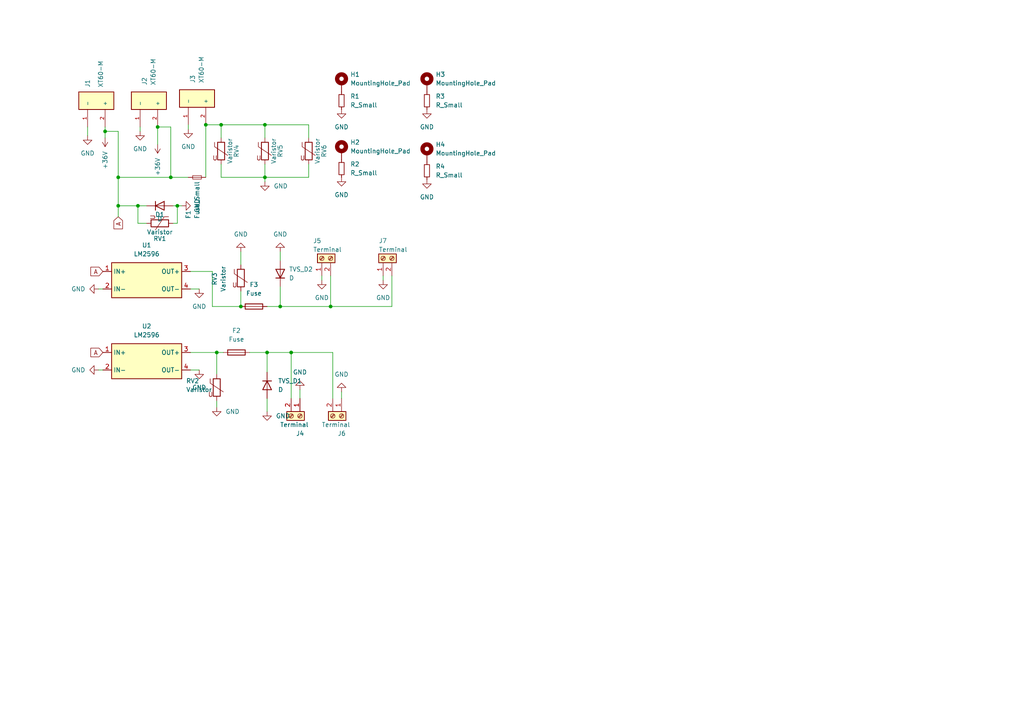
<source format=kicad_sch>
(kicad_sch (version 20211123) (generator eeschema)

  (uuid 116a2436-dc9e-4576-86d3-a62d6c38f125)

  (paper "A4")

  (lib_symbols
    (symbol "Connector:Screw_Terminal_01x02" (pin_names (offset 1.016) hide) (in_bom yes) (on_board yes)
      (property "Reference" "J" (id 0) (at 0 2.54 0)
        (effects (font (size 1.27 1.27)))
      )
      (property "Value" "Screw_Terminal_01x02" (id 1) (at 0 -5.08 0)
        (effects (font (size 1.27 1.27)))
      )
      (property "Footprint" "" (id 2) (at 0 0 0)
        (effects (font (size 1.27 1.27)) hide)
      )
      (property "Datasheet" "~" (id 3) (at 0 0 0)
        (effects (font (size 1.27 1.27)) hide)
      )
      (property "ki_keywords" "screw terminal" (id 4) (at 0 0 0)
        (effects (font (size 1.27 1.27)) hide)
      )
      (property "ki_description" "Generic screw terminal, single row, 01x02, script generated (kicad-library-utils/schlib/autogen/connector/)" (id 5) (at 0 0 0)
        (effects (font (size 1.27 1.27)) hide)
      )
      (property "ki_fp_filters" "TerminalBlock*:*" (id 6) (at 0 0 0)
        (effects (font (size 1.27 1.27)) hide)
      )
      (symbol "Screw_Terminal_01x02_1_1"
        (rectangle (start -1.27 1.27) (end 1.27 -3.81)
          (stroke (width 0.254) (type default) (color 0 0 0 0))
          (fill (type background))
        )
        (circle (center 0 -2.54) (radius 0.635)
          (stroke (width 0.1524) (type default) (color 0 0 0 0))
          (fill (type none))
        )
        (polyline
          (pts
            (xy -0.5334 -2.2098)
            (xy 0.3302 -3.048)
          )
          (stroke (width 0.1524) (type default) (color 0 0 0 0))
          (fill (type none))
        )
        (polyline
          (pts
            (xy -0.5334 0.3302)
            (xy 0.3302 -0.508)
          )
          (stroke (width 0.1524) (type default) (color 0 0 0 0))
          (fill (type none))
        )
        (polyline
          (pts
            (xy -0.3556 -2.032)
            (xy 0.508 -2.8702)
          )
          (stroke (width 0.1524) (type default) (color 0 0 0 0))
          (fill (type none))
        )
        (polyline
          (pts
            (xy -0.3556 0.508)
            (xy 0.508 -0.3302)
          )
          (stroke (width 0.1524) (type default) (color 0 0 0 0))
          (fill (type none))
        )
        (circle (center 0 0) (radius 0.635)
          (stroke (width 0.1524) (type default) (color 0 0 0 0))
          (fill (type none))
        )
        (pin passive line (at -5.08 0 0) (length 3.81)
          (name "Pin_1" (effects (font (size 1.27 1.27))))
          (number "1" (effects (font (size 1.27 1.27))))
        )
        (pin passive line (at -5.08 -2.54 0) (length 3.81)
          (name "Pin_2" (effects (font (size 1.27 1.27))))
          (number "2" (effects (font (size 1.27 1.27))))
        )
      )
    )
    (symbol "Device:D" (pin_numbers hide) (pin_names (offset 1.016) hide) (in_bom yes) (on_board yes)
      (property "Reference" "D" (id 0) (at 0 2.54 0)
        (effects (font (size 1.27 1.27)))
      )
      (property "Value" "D" (id 1) (at 0 -2.54 0)
        (effects (font (size 1.27 1.27)))
      )
      (property "Footprint" "" (id 2) (at 0 0 0)
        (effects (font (size 1.27 1.27)) hide)
      )
      (property "Datasheet" "~" (id 3) (at 0 0 0)
        (effects (font (size 1.27 1.27)) hide)
      )
      (property "ki_keywords" "diode" (id 4) (at 0 0 0)
        (effects (font (size 1.27 1.27)) hide)
      )
      (property "ki_description" "Diode" (id 5) (at 0 0 0)
        (effects (font (size 1.27 1.27)) hide)
      )
      (property "ki_fp_filters" "TO-???* *_Diode_* *SingleDiode* D_*" (id 6) (at 0 0 0)
        (effects (font (size 1.27 1.27)) hide)
      )
      (symbol "D_0_1"
        (polyline
          (pts
            (xy -1.27 1.27)
            (xy -1.27 -1.27)
          )
          (stroke (width 0.254) (type default) (color 0 0 0 0))
          (fill (type none))
        )
        (polyline
          (pts
            (xy 1.27 0)
            (xy -1.27 0)
          )
          (stroke (width 0) (type default) (color 0 0 0 0))
          (fill (type none))
        )
        (polyline
          (pts
            (xy 1.27 1.27)
            (xy 1.27 -1.27)
            (xy -1.27 0)
            (xy 1.27 1.27)
          )
          (stroke (width 0.254) (type default) (color 0 0 0 0))
          (fill (type none))
        )
      )
      (symbol "D_1_1"
        (pin passive line (at -3.81 0 0) (length 2.54)
          (name "K" (effects (font (size 1.27 1.27))))
          (number "1" (effects (font (size 1.27 1.27))))
        )
        (pin passive line (at 3.81 0 180) (length 2.54)
          (name "A" (effects (font (size 1.27 1.27))))
          (number "2" (effects (font (size 1.27 1.27))))
        )
      )
    )
    (symbol "Device:Fuse" (pin_numbers hide) (pin_names (offset 0)) (in_bom yes) (on_board yes)
      (property "Reference" "F" (id 0) (at 2.032 0 90)
        (effects (font (size 1.27 1.27)))
      )
      (property "Value" "Fuse" (id 1) (at -1.905 0 90)
        (effects (font (size 1.27 1.27)))
      )
      (property "Footprint" "" (id 2) (at -1.778 0 90)
        (effects (font (size 1.27 1.27)) hide)
      )
      (property "Datasheet" "~" (id 3) (at 0 0 0)
        (effects (font (size 1.27 1.27)) hide)
      )
      (property "ki_keywords" "fuse" (id 4) (at 0 0 0)
        (effects (font (size 1.27 1.27)) hide)
      )
      (property "ki_description" "Fuse" (id 5) (at 0 0 0)
        (effects (font (size 1.27 1.27)) hide)
      )
      (property "ki_fp_filters" "*Fuse*" (id 6) (at 0 0 0)
        (effects (font (size 1.27 1.27)) hide)
      )
      (symbol "Fuse_0_1"
        (rectangle (start -0.762 -2.54) (end 0.762 2.54)
          (stroke (width 0.254) (type default) (color 0 0 0 0))
          (fill (type none))
        )
        (polyline
          (pts
            (xy 0 2.54)
            (xy 0 -2.54)
          )
          (stroke (width 0) (type default) (color 0 0 0 0))
          (fill (type none))
        )
      )
      (symbol "Fuse_1_1"
        (pin passive line (at 0 3.81 270) (length 1.27)
          (name "~" (effects (font (size 1.27 1.27))))
          (number "1" (effects (font (size 1.27 1.27))))
        )
        (pin passive line (at 0 -3.81 90) (length 1.27)
          (name "~" (effects (font (size 1.27 1.27))))
          (number "2" (effects (font (size 1.27 1.27))))
        )
      )
    )
    (symbol "Device:Fuse_Small" (pin_numbers hide) (pin_names (offset 0.254) hide) (in_bom yes) (on_board yes)
      (property "Reference" "F" (id 0) (at 0 -1.524 0)
        (effects (font (size 1.27 1.27)))
      )
      (property "Value" "Fuse_Small" (id 1) (at 0 1.524 0)
        (effects (font (size 1.27 1.27)))
      )
      (property "Footprint" "" (id 2) (at 0 0 0)
        (effects (font (size 1.27 1.27)) hide)
      )
      (property "Datasheet" "~" (id 3) (at 0 0 0)
        (effects (font (size 1.27 1.27)) hide)
      )
      (property "ki_keywords" "fuse" (id 4) (at 0 0 0)
        (effects (font (size 1.27 1.27)) hide)
      )
      (property "ki_description" "Fuse, small symbol" (id 5) (at 0 0 0)
        (effects (font (size 1.27 1.27)) hide)
      )
      (property "ki_fp_filters" "SM*" (id 6) (at 0 0 0)
        (effects (font (size 1.27 1.27)) hide)
      )
      (symbol "Fuse_Small_0_1"
        (rectangle (start -1.27 0.508) (end 1.27 -0.508)
          (stroke (width 0) (type default) (color 0 0 0 0))
          (fill (type none))
        )
        (polyline
          (pts
            (xy -1.27 0)
            (xy 1.27 0)
          )
          (stroke (width 0) (type default) (color 0 0 0 0))
          (fill (type none))
        )
      )
      (symbol "Fuse_Small_1_1"
        (pin passive line (at -2.54 0 0) (length 1.27)
          (name "~" (effects (font (size 1.27 1.27))))
          (number "1" (effects (font (size 1.27 1.27))))
        )
        (pin passive line (at 2.54 0 180) (length 1.27)
          (name "~" (effects (font (size 1.27 1.27))))
          (number "2" (effects (font (size 1.27 1.27))))
        )
      )
    )
    (symbol "Device:R_Small" (pin_numbers hide) (pin_names (offset 0.254) hide) (in_bom yes) (on_board yes)
      (property "Reference" "R" (id 0) (at 0.762 0.508 0)
        (effects (font (size 1.27 1.27)) (justify left))
      )
      (property "Value" "R_Small" (id 1) (at 0.762 -1.016 0)
        (effects (font (size 1.27 1.27)) (justify left))
      )
      (property "Footprint" "" (id 2) (at 0 0 0)
        (effects (font (size 1.27 1.27)) hide)
      )
      (property "Datasheet" "~" (id 3) (at 0 0 0)
        (effects (font (size 1.27 1.27)) hide)
      )
      (property "ki_keywords" "R resistor" (id 4) (at 0 0 0)
        (effects (font (size 1.27 1.27)) hide)
      )
      (property "ki_description" "Resistor, small symbol" (id 5) (at 0 0 0)
        (effects (font (size 1.27 1.27)) hide)
      )
      (property "ki_fp_filters" "R_*" (id 6) (at 0 0 0)
        (effects (font (size 1.27 1.27)) hide)
      )
      (symbol "R_Small_0_1"
        (rectangle (start -0.762 1.778) (end 0.762 -1.778)
          (stroke (width 0.2032) (type default) (color 0 0 0 0))
          (fill (type none))
        )
      )
      (symbol "R_Small_1_1"
        (pin passive line (at 0 2.54 270) (length 0.762)
          (name "~" (effects (font (size 1.27 1.27))))
          (number "1" (effects (font (size 1.27 1.27))))
        )
        (pin passive line (at 0 -2.54 90) (length 0.762)
          (name "~" (effects (font (size 1.27 1.27))))
          (number "2" (effects (font (size 1.27 1.27))))
        )
      )
    )
    (symbol "Device:Varistor" (pin_numbers hide) (pin_names (offset 0)) (in_bom yes) (on_board yes)
      (property "Reference" "RV" (id 0) (at 3.175 0 90)
        (effects (font (size 1.27 1.27)))
      )
      (property "Value" "Varistor" (id 1) (at -3.175 0 90)
        (effects (font (size 1.27 1.27)))
      )
      (property "Footprint" "" (id 2) (at -1.778 0 90)
        (effects (font (size 1.27 1.27)) hide)
      )
      (property "Datasheet" "~" (id 3) (at 0 0 0)
        (effects (font (size 1.27 1.27)) hide)
      )
      (property "ki_keywords" "VDR resistance" (id 4) (at 0 0 0)
        (effects (font (size 1.27 1.27)) hide)
      )
      (property "ki_description" "Voltage dependent resistor" (id 5) (at 0 0 0)
        (effects (font (size 1.27 1.27)) hide)
      )
      (property "ki_fp_filters" "RV_* Varistor*" (id 6) (at 0 0 0)
        (effects (font (size 1.27 1.27)) hide)
      )
      (symbol "Varistor_0_0"
        (text "U" (at -1.778 -2.032 0)
          (effects (font (size 1.27 1.27)))
        )
      )
      (symbol "Varistor_0_1"
        (rectangle (start -1.016 -2.54) (end 1.016 2.54)
          (stroke (width 0.254) (type default) (color 0 0 0 0))
          (fill (type none))
        )
        (polyline
          (pts
            (xy -1.905 2.54)
            (xy -1.905 1.27)
            (xy 1.905 -1.27)
          )
          (stroke (width 0) (type default) (color 0 0 0 0))
          (fill (type none))
        )
      )
      (symbol "Varistor_1_1"
        (pin passive line (at 0 3.81 270) (length 1.27)
          (name "~" (effects (font (size 1.27 1.27))))
          (number "1" (effects (font (size 1.27 1.27))))
        )
        (pin passive line (at 0 -3.81 90) (length 1.27)
          (name "~" (effects (font (size 1.27 1.27))))
          (number "2" (effects (font (size 1.27 1.27))))
        )
      )
    )
    (symbol "LM2596_1" (in_bom yes) (on_board yes)
      (property "Reference" "U" (id 0) (at 1.27 1.27 0)
        (effects (font (size 1.27 1.27)))
      )
      (property "Value" "LM2596_1" (id 1) (at 10.16 1.27 0)
        (effects (font (size 1.27 1.27)))
      )
      (property "Footprint" "" (id 2) (at 5.08 1.27 0)
        (effects (font (size 1.27 1.27)) hide)
      )
      (property "Datasheet" "" (id 3) (at 5.08 1.27 0)
        (effects (font (size 1.27 1.27)) hide)
      )
      (symbol "LM2596_1_0_1"
        (rectangle (start 0 0) (end 20.32 -10.16)
          (stroke (width 0.254) (type default) (color 0 0 0 0))
          (fill (type background))
        )
      )
      (symbol "LM2596_1_1_1"
        (pin power_in line (at -2.54 -2.54 0) (length 2.54)
          (name "IN+" (effects (font (size 1.27 1.27))))
          (number "1" (effects (font (size 1.27 1.27))))
        )
        (pin output line (at -2.54 -7.62 0) (length 2.54)
          (name "IN-" (effects (font (size 1.27 1.27))))
          (number "2" (effects (font (size 1.27 1.27))))
        )
        (pin power_in line (at 22.86 -2.54 180) (length 2.54)
          (name "OUT+" (effects (font (size 1.27 1.27))))
          (number "3" (effects (font (size 1.27 1.27))))
        )
        (pin input line (at 22.86 -7.62 180) (length 2.54)
          (name "OUT-" (effects (font (size 1.27 1.27))))
          (number "4" (effects (font (size 1.27 1.27))))
        )
      )
    )
    (symbol "Mechanical:MountingHole_Pad" (pin_numbers hide) (pin_names (offset 1.016) hide) (in_bom yes) (on_board yes)
      (property "Reference" "H" (id 0) (at 0 6.35 0)
        (effects (font (size 1.27 1.27)))
      )
      (property "Value" "MountingHole_Pad" (id 1) (at 0 4.445 0)
        (effects (font (size 1.27 1.27)))
      )
      (property "Footprint" "" (id 2) (at 0 0 0)
        (effects (font (size 1.27 1.27)) hide)
      )
      (property "Datasheet" "~" (id 3) (at 0 0 0)
        (effects (font (size 1.27 1.27)) hide)
      )
      (property "ki_keywords" "mounting hole" (id 4) (at 0 0 0)
        (effects (font (size 1.27 1.27)) hide)
      )
      (property "ki_description" "Mounting Hole with connection" (id 5) (at 0 0 0)
        (effects (font (size 1.27 1.27)) hide)
      )
      (property "ki_fp_filters" "MountingHole*Pad*" (id 6) (at 0 0 0)
        (effects (font (size 1.27 1.27)) hide)
      )
      (symbol "MountingHole_Pad_0_1"
        (circle (center 0 1.27) (radius 1.27)
          (stroke (width 1.27) (type default) (color 0 0 0 0))
          (fill (type none))
        )
      )
      (symbol "MountingHole_Pad_1_1"
        (pin input line (at 0 -2.54 90) (length 2.54)
          (name "1" (effects (font (size 1.27 1.27))))
          (number "1" (effects (font (size 1.27 1.27))))
        )
      )
    )
    (symbol "XT60:XT60-M" (pin_names (offset 1.016)) (in_bom yes) (on_board yes)
      (property "Reference" "J" (id 0) (at -2.54 5.715 0)
        (effects (font (size 1.27 1.27)) (justify left bottom))
      )
      (property "Value" "XT60-M" (id 1) (at -2.794 -6.35 0)
        (effects (font (size 1.27 1.27)) (justify left bottom))
      )
      (property "Footprint" "AMASS_XT60-M" (id 2) (at 0 0 0)
        (effects (font (size 1.27 1.27)) (justify left bottom) hide)
      )
      (property "Datasheet" "" (id 3) (at 0 0 0)
        (effects (font (size 1.27 1.27)) (justify left bottom) hide)
      )
      (property "MANUFACTURER" "AMASS" (id 4) (at 0 0 0)
        (effects (font (size 1.27 1.27)) (justify left bottom) hide)
      )
      (property "PARTREV" "1.2" (id 5) (at 0 0 0)
        (effects (font (size 1.27 1.27)) (justify left bottom) hide)
      )
      (property "STANDARD" "IPC-7251" (id 6) (at 0 0 0)
        (effects (font (size 1.27 1.27)) (justify left bottom) hide)
      )
      (property "ki_locked" "" (id 7) (at 0 0 0)
        (effects (font (size 1.27 1.27)))
      )
      (symbol "XT60-M_0_0"
        (rectangle (start -2.54 -5.08) (end 2.54 5.08)
          (stroke (width 0.254) (type default) (color 0 0 0 0))
          (fill (type background))
        )
        (pin passive line (at -7.62 2.54 0) (length 5.08)
          (name "-" (effects (font (size 1.016 1.016))))
          (number "1" (effects (font (size 1.016 1.016))))
        )
        (pin passive line (at -7.62 -2.54 0) (length 5.08)
          (name "+" (effects (font (size 1.016 1.016))))
          (number "2" (effects (font (size 1.016 1.016))))
        )
      )
    )
    (symbol "power:+36V" (power) (pin_names (offset 0)) (in_bom yes) (on_board yes)
      (property "Reference" "#PWR" (id 0) (at 0 -3.81 0)
        (effects (font (size 1.27 1.27)) hide)
      )
      (property "Value" "+36V" (id 1) (at 0 3.556 0)
        (effects (font (size 1.27 1.27)))
      )
      (property "Footprint" "" (id 2) (at 0 0 0)
        (effects (font (size 1.27 1.27)) hide)
      )
      (property "Datasheet" "" (id 3) (at 0 0 0)
        (effects (font (size 1.27 1.27)) hide)
      )
      (property "ki_keywords" "power-flag" (id 4) (at 0 0 0)
        (effects (font (size 1.27 1.27)) hide)
      )
      (property "ki_description" "Power symbol creates a global label with name \"+36V\"" (id 5) (at 0 0 0)
        (effects (font (size 1.27 1.27)) hide)
      )
      (symbol "+36V_0_1"
        (polyline
          (pts
            (xy -0.762 1.27)
            (xy 0 2.54)
          )
          (stroke (width 0) (type default) (color 0 0 0 0))
          (fill (type none))
        )
        (polyline
          (pts
            (xy 0 0)
            (xy 0 2.54)
          )
          (stroke (width 0) (type default) (color 0 0 0 0))
          (fill (type none))
        )
        (polyline
          (pts
            (xy 0 2.54)
            (xy 0.762 1.27)
          )
          (stroke (width 0) (type default) (color 0 0 0 0))
          (fill (type none))
        )
      )
      (symbol "+36V_1_1"
        (pin power_in line (at 0 0 90) (length 0) hide
          (name "+36V" (effects (font (size 1.27 1.27))))
          (number "1" (effects (font (size 1.27 1.27))))
        )
      )
    )
    (symbol "power:GND" (power) (pin_names (offset 0)) (in_bom yes) (on_board yes)
      (property "Reference" "#PWR" (id 0) (at 0 -6.35 0)
        (effects (font (size 1.27 1.27)) hide)
      )
      (property "Value" "GND" (id 1) (at 0 -3.81 0)
        (effects (font (size 1.27 1.27)))
      )
      (property "Footprint" "" (id 2) (at 0 0 0)
        (effects (font (size 1.27 1.27)) hide)
      )
      (property "Datasheet" "" (id 3) (at 0 0 0)
        (effects (font (size 1.27 1.27)) hide)
      )
      (property "ki_keywords" "power-flag" (id 4) (at 0 0 0)
        (effects (font (size 1.27 1.27)) hide)
      )
      (property "ki_description" "Power symbol creates a global label with name \"GND\" , ground" (id 5) (at 0 0 0)
        (effects (font (size 1.27 1.27)) hide)
      )
      (symbol "GND_0_1"
        (polyline
          (pts
            (xy 0 0)
            (xy 0 -1.27)
            (xy 1.27 -1.27)
            (xy 0 -2.54)
            (xy -1.27 -1.27)
            (xy 0 -1.27)
          )
          (stroke (width 0) (type default) (color 0 0 0 0))
          (fill (type none))
        )
      )
      (symbol "GND_1_1"
        (pin power_in line (at 0 0 270) (length 0) hide
          (name "GND" (effects (font (size 1.27 1.27))))
          (number "1" (effects (font (size 1.27 1.27))))
        )
      )
    )
  )

  (junction (at 76.835 36.195) (diameter 0) (color 0 0 0 0)
    (uuid 0ba90151-97b8-431c-81f9-860ad90cd813)
  )
  (junction (at 34.29 59.69) (diameter 0) (color 0 0 0 0)
    (uuid 138d0b53-07b4-4471-a235-981f23a59058)
  )
  (junction (at 64.135 36.195) (diameter 0) (color 0 0 0 0)
    (uuid 2bc102d5-7ea7-416d-9d49-72d3c99df6cd)
  )
  (junction (at 84.455 102.235) (diameter 0) (color 0 0 0 0)
    (uuid 4e650349-2527-4fe2-bbc7-a60ccf51e0e2)
  )
  (junction (at 95.885 88.9) (diameter 0) (color 0 0 0 0)
    (uuid 62b35eb1-964e-4276-8593-2eb4c78330a9)
  )
  (junction (at 69.85 88.9) (diameter 0) (color 0 0 0 0)
    (uuid 74fbcdd8-bf1a-404a-a201-44408ed09a91)
  )
  (junction (at 77.47 102.235) (diameter 0) (color 0 0 0 0)
    (uuid 7840b1ab-5272-4a0c-b1f5-e3f06e0533ba)
  )
  (junction (at 62.865 102.235) (diameter 0) (color 0 0 0 0)
    (uuid 804a3e74-4af3-4f0b-9832-40939abb2325)
  )
  (junction (at 40.005 59.69) (diameter 0) (color 0 0 0 0)
    (uuid 92d06493-c39b-40b8-aef2-44d03f537a5c)
  )
  (junction (at 49.53 51.435) (diameter 0) (color 0 0 0 0)
    (uuid 9dd7ae30-e198-4c79-9030-546cffb81f74)
  )
  (junction (at 30.48 38.1) (diameter 0) (color 0 0 0 0)
    (uuid a748ba5e-aaf5-4eab-ab9c-1935388e4432)
  )
  (junction (at 51.435 59.69) (diameter 0) (color 0 0 0 0)
    (uuid b701a641-a6a2-42fe-90ab-4390e499663a)
  )
  (junction (at 59.69 36.195) (diameter 0) (color 0 0 0 0)
    (uuid ca7afa92-3500-482b-ab35-80f2f7f83a21)
  )
  (junction (at 81.28 88.9) (diameter 0) (color 0 0 0 0)
    (uuid d27017a6-5e14-4144-8926-3cea2e3fa963)
  )
  (junction (at 76.835 51.435) (diameter 0) (color 0 0 0 0)
    (uuid d4dd89ee-fc68-4859-aac9-8363fd900ee4)
  )
  (junction (at 34.29 51.435) (diameter 0) (color 0 0 0 0)
    (uuid e0ce9ab1-e4fb-441f-b32a-dff522d81946)
  )
  (junction (at 45.72 36.83) (diameter 0) (color 0 0 0 0)
    (uuid f1fca3f8-d358-4d21-a093-2130ee50d6fe)
  )

  (wire (pts (xy 51.435 59.69) (xy 50.165 59.69))
    (stroke (width 0) (type default) (color 0 0 0 0))
    (uuid 091bd59d-4104-4a7b-888d-21787c8e85df)
  )
  (wire (pts (xy 76.835 36.195) (xy 76.835 40.005))
    (stroke (width 0) (type default) (color 0 0 0 0))
    (uuid 115a6de1-bdcd-4a56-abc7-b30cab3ef71f)
  )
  (wire (pts (xy 45.72 36.83) (xy 45.72 41.91))
    (stroke (width 0) (type default) (color 0 0 0 0))
    (uuid 1160c3e5-9d6f-4b38-bc37-3f194c27cac7)
  )
  (wire (pts (xy 42.545 64.77) (xy 40.005 64.77))
    (stroke (width 0) (type default) (color 0 0 0 0))
    (uuid 1273fdd5-be9e-458d-a1be-c64dd440e8b0)
  )
  (wire (pts (xy 76.835 52.705) (xy 76.835 51.435))
    (stroke (width 0) (type default) (color 0 0 0 0))
    (uuid 1b1cbb7d-1498-40c6-a4f5-eb36fda96e66)
  )
  (wire (pts (xy 76.835 51.435) (xy 64.135 51.435))
    (stroke (width 0) (type default) (color 0 0 0 0))
    (uuid 20e53ca5-59c2-4f0f-bd70-4c9da760c225)
  )
  (wire (pts (xy 40.64 38.1) (xy 40.64 36.83))
    (stroke (width 0) (type default) (color 0 0 0 0))
    (uuid 228ed894-c092-4f0d-98bc-25a3895bd77e)
  )
  (wire (pts (xy 93.345 81.28) (xy 93.345 80.01))
    (stroke (width 0) (type default) (color 0 0 0 0))
    (uuid 26777c48-d178-4187-993f-c57e68932ad6)
  )
  (wire (pts (xy 69.85 88.9) (xy 69.85 84.455))
    (stroke (width 0) (type default) (color 0 0 0 0))
    (uuid 26d01be5-3972-4a2d-b067-86fd37d4539f)
  )
  (wire (pts (xy 55.245 102.235) (xy 62.865 102.235))
    (stroke (width 0) (type default) (color 0 0 0 0))
    (uuid 2f96931f-f14a-4522-9252-b26c9d75da90)
  )
  (wire (pts (xy 61.595 78.74) (xy 61.595 88.9))
    (stroke (width 0) (type default) (color 0 0 0 0))
    (uuid 311dfc9a-cee3-4807-bf3c-cef24587fc42)
  )
  (wire (pts (xy 55.245 78.74) (xy 61.595 78.74))
    (stroke (width 0) (type default) (color 0 0 0 0))
    (uuid 38abb832-9771-40b4-b2a7-4563e786ecde)
  )
  (wire (pts (xy 76.835 36.195) (xy 89.535 36.195))
    (stroke (width 0) (type default) (color 0 0 0 0))
    (uuid 3ef5929b-dc73-446a-9db3-31c222c14291)
  )
  (wire (pts (xy 34.29 51.435) (xy 34.29 59.69))
    (stroke (width 0) (type default) (color 0 0 0 0))
    (uuid 40e4d9b6-61e0-45db-942e-3605d7d4ea75)
  )
  (wire (pts (xy 95.885 80.01) (xy 95.885 88.9))
    (stroke (width 0) (type default) (color 0 0 0 0))
    (uuid 41c08d7a-128e-49c6-bd7e-d8f104a44c40)
  )
  (wire (pts (xy 40.005 64.77) (xy 40.005 59.69))
    (stroke (width 0) (type default) (color 0 0 0 0))
    (uuid 441c133f-c88b-4e80-8c0f-ab79c93c25f4)
  )
  (wire (pts (xy 96.52 102.235) (xy 96.52 115.57))
    (stroke (width 0) (type default) (color 0 0 0 0))
    (uuid 47655a6a-d8da-443c-8b84-1c6d52e8c7d2)
  )
  (wire (pts (xy 86.995 113.03) (xy 86.995 115.57))
    (stroke (width 0) (type default) (color 0 0 0 0))
    (uuid 48714763-24be-4782-a99a-bddbe2ec3a26)
  )
  (wire (pts (xy 57.785 83.82) (xy 55.245 83.82))
    (stroke (width 0) (type default) (color 0 0 0 0))
    (uuid 49a9b9f0-a01c-483a-b522-82e8e25db52b)
  )
  (wire (pts (xy 51.435 59.69) (xy 51.435 64.77))
    (stroke (width 0) (type default) (color 0 0 0 0))
    (uuid 4dce74f0-63e3-4fc7-b5e8-6ffc6792568e)
  )
  (wire (pts (xy 77.47 88.9) (xy 81.28 88.9))
    (stroke (width 0) (type default) (color 0 0 0 0))
    (uuid 51cfe313-9a9b-4c0c-8b4b-0c221fbba968)
  )
  (wire (pts (xy 81.28 88.9) (xy 95.885 88.9))
    (stroke (width 0) (type default) (color 0 0 0 0))
    (uuid 5213908e-f5e3-42d8-baa6-f60f458fd0e3)
  )
  (wire (pts (xy 49.53 51.435) (xy 54.61 51.435))
    (stroke (width 0) (type default) (color 0 0 0 0))
    (uuid 54c4a80b-3b8a-4163-acd2-1cd9d80925ed)
  )
  (wire (pts (xy 62.865 108.585) (xy 62.865 102.235))
    (stroke (width 0) (type default) (color 0 0 0 0))
    (uuid 586370fe-84d6-4382-a96d-cb0e842b0e0e)
  )
  (wire (pts (xy 30.48 36.83) (xy 30.48 38.1))
    (stroke (width 0) (type default) (color 0 0 0 0))
    (uuid 5b8829db-8e94-464f-87a2-9e0e0b13eb7a)
  )
  (wire (pts (xy 72.39 102.235) (xy 77.47 102.235))
    (stroke (width 0) (type default) (color 0 0 0 0))
    (uuid 5bbe08c1-a61c-462e-80d4-fc4ac2fb7ce4)
  )
  (wire (pts (xy 54.61 37.465) (xy 54.61 36.195))
    (stroke (width 0) (type default) (color 0 0 0 0))
    (uuid 6bf64b62-e551-45c9-8c23-d400ba22d72b)
  )
  (wire (pts (xy 59.69 36.195) (xy 59.69 51.435))
    (stroke (width 0) (type default) (color 0 0 0 0))
    (uuid 6c1b17dd-dd42-4733-a3fb-0063189508a2)
  )
  (wire (pts (xy 81.28 73.025) (xy 81.28 75.565))
    (stroke (width 0) (type default) (color 0 0 0 0))
    (uuid 6d56f711-7654-485c-9782-f1dd4c2d5ad8)
  )
  (wire (pts (xy 99.06 113.665) (xy 99.06 115.57))
    (stroke (width 0) (type default) (color 0 0 0 0))
    (uuid 6d67b5a2-55fe-4965-9f92-a948d7c17085)
  )
  (wire (pts (xy 64.135 47.625) (xy 64.135 51.435))
    (stroke (width 0) (type default) (color 0 0 0 0))
    (uuid 6fa9b3cf-675c-4f29-a3ba-e7dcee3367c0)
  )
  (wire (pts (xy 42.545 59.69) (xy 40.005 59.69))
    (stroke (width 0) (type default) (color 0 0 0 0))
    (uuid 6fb26aa0-4300-4a7d-bb84-8b358e194d9e)
  )
  (wire (pts (xy 59.69 36.195) (xy 64.135 36.195))
    (stroke (width 0) (type default) (color 0 0 0 0))
    (uuid 76971e3e-2b8b-4f31-a7aa-b6efd38f9eef)
  )
  (wire (pts (xy 62.865 102.235) (xy 64.77 102.235))
    (stroke (width 0) (type default) (color 0 0 0 0))
    (uuid 7799d94f-f8dc-46ad-85a3-6ad136822b23)
  )
  (wire (pts (xy 89.535 47.625) (xy 89.535 51.435))
    (stroke (width 0) (type default) (color 0 0 0 0))
    (uuid 7a0f7d54-8214-4cfd-8f22-3236bea0e4df)
  )
  (wire (pts (xy 69.85 73.025) (xy 69.85 76.835))
    (stroke (width 0) (type default) (color 0 0 0 0))
    (uuid 80469d67-9fa4-4ecc-9501-3845ac0e9e51)
  )
  (wire (pts (xy 111.125 81.28) (xy 111.125 80.01))
    (stroke (width 0) (type default) (color 0 0 0 0))
    (uuid 8c419d4a-c4e6-4bf4-980a-51032253ceb8)
  )
  (wire (pts (xy 64.135 36.195) (xy 64.135 40.005))
    (stroke (width 0) (type default) (color 0 0 0 0))
    (uuid 91d406d5-aa14-45f7-960c-c5402c15c487)
  )
  (wire (pts (xy 40.005 59.69) (xy 34.29 59.69))
    (stroke (width 0) (type default) (color 0 0 0 0))
    (uuid 925d8c84-d431-414c-a44e-560d7b44c87a)
  )
  (wire (pts (xy 84.455 102.235) (xy 84.455 115.57))
    (stroke (width 0) (type default) (color 0 0 0 0))
    (uuid 938c561d-08a5-4cb2-93ea-cee82f0820dd)
  )
  (wire (pts (xy 30.48 38.1) (xy 30.48 40.005))
    (stroke (width 0) (type default) (color 0 0 0 0))
    (uuid 94db5d49-5338-434e-a4cc-2429eb17222c)
  )
  (wire (pts (xy 89.535 51.435) (xy 76.835 51.435))
    (stroke (width 0) (type default) (color 0 0 0 0))
    (uuid 99306092-8801-4ec8-bbd2-9b0e8ccf0518)
  )
  (wire (pts (xy 84.455 102.235) (xy 96.52 102.235))
    (stroke (width 0) (type default) (color 0 0 0 0))
    (uuid 99a8c83c-cf6d-4ead-ad19-28eaeede73f2)
  )
  (wire (pts (xy 64.135 36.195) (xy 76.835 36.195))
    (stroke (width 0) (type default) (color 0 0 0 0))
    (uuid a0b9d9c4-7252-4b4b-bec8-9cc36884e3b2)
  )
  (wire (pts (xy 89.535 36.195) (xy 89.535 40.005))
    (stroke (width 0) (type default) (color 0 0 0 0))
    (uuid b0531d4f-e8f5-448a-92a6-88c1eef75abf)
  )
  (wire (pts (xy 34.29 59.69) (xy 34.29 62.865))
    (stroke (width 0) (type default) (color 0 0 0 0))
    (uuid b8c9b7c4-2452-428f-8269-0b996d7e68bf)
  )
  (wire (pts (xy 61.595 88.9) (xy 69.85 88.9))
    (stroke (width 0) (type default) (color 0 0 0 0))
    (uuid baeb9208-b9c0-4c44-b609-4995b9934fc1)
  )
  (wire (pts (xy 34.29 51.435) (xy 49.53 51.435))
    (stroke (width 0) (type default) (color 0 0 0 0))
    (uuid bfb20579-b3e7-45b0-90ce-e69b72525289)
  )
  (wire (pts (xy 57.785 107.315) (xy 55.245 107.315))
    (stroke (width 0) (type default) (color 0 0 0 0))
    (uuid c694167f-5376-4578-8944-788b7bbccda8)
  )
  (wire (pts (xy 34.29 38.1) (xy 34.29 51.435))
    (stroke (width 0) (type default) (color 0 0 0 0))
    (uuid cc406255-fa00-477a-8dd1-e0eb522c27a7)
  )
  (wire (pts (xy 95.885 88.9) (xy 113.665 88.9))
    (stroke (width 0) (type default) (color 0 0 0 0))
    (uuid cc776541-d39b-4c44-ad57-d99c94c86dc9)
  )
  (wire (pts (xy 49.53 36.83) (xy 45.72 36.83))
    (stroke (width 0) (type default) (color 0 0 0 0))
    (uuid d182522a-af35-4e35-a844-c2470fd3e7db)
  )
  (wire (pts (xy 77.47 102.235) (xy 77.47 107.95))
    (stroke (width 0) (type default) (color 0 0 0 0))
    (uuid d6e6318c-a93e-43fc-b237-61525f3d0e0d)
  )
  (wire (pts (xy 25.4 39.37) (xy 25.4 36.83))
    (stroke (width 0) (type default) (color 0 0 0 0))
    (uuid d8f505f4-26d6-4514-99c6-d0752485dd8c)
  )
  (wire (pts (xy 52.705 59.69) (xy 51.435 59.69))
    (stroke (width 0) (type default) (color 0 0 0 0))
    (uuid da23198e-5fb9-4588-b6fb-27a6e79cedc1)
  )
  (wire (pts (xy 113.665 80.01) (xy 113.665 88.9))
    (stroke (width 0) (type default) (color 0 0 0 0))
    (uuid daad8313-412a-4acf-96a3-8e0631edb5fc)
  )
  (wire (pts (xy 28.575 83.82) (xy 29.845 83.82))
    (stroke (width 0) (type default) (color 0 0 0 0))
    (uuid db880fd9-292e-430f-939f-070875474941)
  )
  (wire (pts (xy 49.53 36.83) (xy 49.53 51.435))
    (stroke (width 0) (type default) (color 0 0 0 0))
    (uuid e0f52376-5bd0-4c25-8b9e-920cc15bcc8e)
  )
  (wire (pts (xy 62.865 118.11) (xy 62.865 116.205))
    (stroke (width 0) (type default) (color 0 0 0 0))
    (uuid e56237a5-ff8a-44c0-b6b8-48e38eaf3887)
  )
  (wire (pts (xy 34.29 38.1) (xy 30.48 38.1))
    (stroke (width 0) (type default) (color 0 0 0 0))
    (uuid e571af2f-1ed9-434c-af05-717c0ee58511)
  )
  (wire (pts (xy 81.28 83.185) (xy 81.28 88.9))
    (stroke (width 0) (type default) (color 0 0 0 0))
    (uuid e6a40367-c251-4423-86e2-813413225f1f)
  )
  (wire (pts (xy 51.435 64.77) (xy 50.165 64.77))
    (stroke (width 0) (type default) (color 0 0 0 0))
    (uuid e97a681d-f2ac-4057-a629-6673ac96e8ec)
  )
  (wire (pts (xy 76.835 47.625) (xy 76.835 51.435))
    (stroke (width 0) (type default) (color 0 0 0 0))
    (uuid eb0d678c-c210-4cc9-babf-c8cc4ff1a3a0)
  )
  (wire (pts (xy 28.575 107.315) (xy 29.845 107.315))
    (stroke (width 0) (type default) (color 0 0 0 0))
    (uuid ecec7d44-af65-4b5b-a89e-48b169d05419)
  )
  (wire (pts (xy 77.47 102.235) (xy 84.455 102.235))
    (stroke (width 0) (type default) (color 0 0 0 0))
    (uuid f564209c-f6a9-4110-a957-a9edec1f2f95)
  )
  (wire (pts (xy 77.47 115.57) (xy 77.47 119.38))
    (stroke (width 0) (type default) (color 0 0 0 0))
    (uuid f92af6dc-f76e-46b9-86f8-f64fcd8b2329)
  )

  (global_label "A" (shape input) (at 29.845 102.235 180) (fields_autoplaced)
    (effects (font (size 1.27 1.27)) (justify right))
    (uuid 43d8035e-711f-4231-b1b4-cf7bf26b5e01)
    (property "Intersheet References" "${INTERSHEET_REFS}" (id 0) (at 26.3433 102.1556 0)
      (effects (font (size 1.27 1.27)) (justify right) hide)
    )
  )
  (global_label "A" (shape input) (at 29.845 78.74 180) (fields_autoplaced)
    (effects (font (size 1.27 1.27)) (justify right))
    (uuid 649f0a39-fccf-4d32-b723-a4ef7b494e9b)
    (property "Intersheet References" "${INTERSHEET_REFS}" (id 0) (at 26.3433 78.6606 0)
      (effects (font (size 1.27 1.27)) (justify right) hide)
    )
  )
  (global_label "A" (shape input) (at 34.29 62.865 270) (fields_autoplaced)
    (effects (font (size 1.27 1.27)) (justify right))
    (uuid c518394a-a510-423e-aa4e-5b7c59ba3439)
    (property "Intersheet References" "${INTERSHEET_REFS}" (id 0) (at 34.3694 66.3667 90)
      (effects (font (size 1.27 1.27)) (justify right) hide)
    )
  )

  (symbol (lib_id "Device:Fuse") (at 68.58 102.235 90) (unit 1)
    (in_bom yes) (on_board yes) (fields_autoplaced)
    (uuid 01e4d744-2b60-48ee-aada-65d50dfd22d6)
    (property "Reference" "F2" (id 0) (at 68.58 95.885 90))
    (property "Value" "Fuse" (id 1) (at 68.58 98.425 90))
    (property "Footprint" "Fuse_holder:Fuse_holder" (id 2) (at 68.58 104.013 90)
      (effects (font (size 1.27 1.27)) hide)
    )
    (property "Datasheet" "~" (id 3) (at 68.58 102.235 0)
      (effects (font (size 1.27 1.27)) hide)
    )
    (pin "1" (uuid 09edb76d-6e91-41d8-8f1b-ae39f37b8a01))
    (pin "2" (uuid 04b9a7c8-eb32-45ce-b53b-dbcb8d68b7a3))
  )

  (symbol (lib_id "Device:R_Small") (at 123.825 49.53 0) (unit 1)
    (in_bom yes) (on_board yes) (fields_autoplaced)
    (uuid 01ed2161-e3aa-48e9-8152-a346d6308278)
    (property "Reference" "R4" (id 0) (at 126.365 48.2599 0)
      (effects (font (size 1.27 1.27)) (justify left))
    )
    (property "Value" "R_Small" (id 1) (at 126.365 50.7999 0)
      (effects (font (size 1.27 1.27)) (justify left))
    )
    (property "Footprint" "Resistor_SMD:R_0805_2012Metric_Pad1.20x1.40mm_HandSolder" (id 2) (at 123.825 49.53 0)
      (effects (font (size 1.27 1.27)) hide)
    )
    (property "Datasheet" "~" (id 3) (at 123.825 49.53 0)
      (effects (font (size 1.27 1.27)) hide)
    )
    (pin "1" (uuid a63c12ab-e9c5-4650-961c-75cfff0dbda8))
    (pin "2" (uuid 428b8dbb-93e9-46f9-b7b6-e3b9c4c8c123))
  )

  (symbol (lib_id "power:GND") (at 77.47 119.38 0) (unit 1)
    (in_bom yes) (on_board yes) (fields_autoplaced)
    (uuid 05a70352-a329-49ce-a0b0-172f92455343)
    (property "Reference" "#PWR014" (id 0) (at 77.47 125.73 0)
      (effects (font (size 1.27 1.27)) hide)
    )
    (property "Value" "GND" (id 1) (at 80.01 120.6499 0)
      (effects (font (size 1.27 1.27)) (justify left))
    )
    (property "Footprint" "" (id 2) (at 77.47 119.38 0)
      (effects (font (size 1.27 1.27)) hide)
    )
    (property "Datasheet" "" (id 3) (at 77.47 119.38 0)
      (effects (font (size 1.27 1.27)) hide)
    )
    (pin "1" (uuid 8929ca4c-0dc9-4b55-af6f-2fe596664547))
  )

  (symbol (lib_name "LM2596_1") (lib_id "New_Library:LM2596") (at 32.385 76.2 0) (unit 1)
    (in_bom yes) (on_board yes)
    (uuid 0f6352ee-da7e-4045-b7dc-08542ba5cc67)
    (property "Reference" "U1" (id 0) (at 42.545 71.12 0))
    (property "Value" "LM2596" (id 1) (at 42.545 73.66 0))
    (property "Footprint" "_LM2596:LM2596" (id 2) (at 37.465 74.93 0)
      (effects (font (size 1.27 1.27)) hide)
    )
    (property "Datasheet" "" (id 3) (at 37.465 74.93 0)
      (effects (font (size 1.27 1.27)) hide)
    )
    (pin "1" (uuid c8dd38a1-abd5-4098-a06c-6d6d8ee60724))
    (pin "2" (uuid ac9dce01-08fb-493d-9cf0-c596ad9917fb))
    (pin "3" (uuid 51c9ce23-f055-43be-a360-79835543019b))
    (pin "4" (uuid b2df0712-6e9f-4259-8c13-8b08732356f4))
  )

  (symbol (lib_id "power:GND") (at 62.865 118.11 0) (unit 1)
    (in_bom yes) (on_board yes) (fields_autoplaced)
    (uuid 150cdda0-ac23-48f5-bac6-d55fbd9c9cd5)
    (property "Reference" "#PWR010" (id 0) (at 62.865 124.46 0)
      (effects (font (size 1.27 1.27)) hide)
    )
    (property "Value" "GND" (id 1) (at 65.405 119.3799 0)
      (effects (font (size 1.27 1.27)) (justify left))
    )
    (property "Footprint" "" (id 2) (at 62.865 118.11 0)
      (effects (font (size 1.27 1.27)) hide)
    )
    (property "Datasheet" "" (id 3) (at 62.865 118.11 0)
      (effects (font (size 1.27 1.27)) hide)
    )
    (pin "1" (uuid f3e49993-2795-432e-bc1d-a46d279d59a4))
  )

  (symbol (lib_id "power:GND") (at 111.125 81.28 0) (unit 1)
    (in_bom yes) (on_board yes)
    (uuid 1a5e734d-ed4a-4129-8ada-6d994bdc998d)
    (property "Reference" "#PWR020" (id 0) (at 111.125 87.63 0)
      (effects (font (size 1.27 1.27)) hide)
    )
    (property "Value" "GND" (id 1) (at 111.125 86.36 0))
    (property "Footprint" "" (id 2) (at 111.125 81.28 0)
      (effects (font (size 1.27 1.27)) hide)
    )
    (property "Datasheet" "" (id 3) (at 111.125 81.28 0)
      (effects (font (size 1.27 1.27)) hide)
    )
    (pin "1" (uuid a113ab39-84ce-4d86-9576-d7f04fb788e3))
  )

  (symbol (lib_id "power:GND") (at 99.06 31.75 0) (unit 1)
    (in_bom yes) (on_board yes)
    (uuid 24209e57-999a-44e4-9536-6ecde0ce11c9)
    (property "Reference" "#PWR021" (id 0) (at 99.06 38.1 0)
      (effects (font (size 1.27 1.27)) hide)
    )
    (property "Value" "GND" (id 1) (at 99.06 36.83 0))
    (property "Footprint" "" (id 2) (at 99.06 31.75 0)
      (effects (font (size 1.27 1.27)) hide)
    )
    (property "Datasheet" "" (id 3) (at 99.06 31.75 0)
      (effects (font (size 1.27 1.27)) hide)
    )
    (pin "1" (uuid 443792a4-77a3-46cb-99b5-9c2674c71098))
  )

  (symbol (lib_id "power:GND") (at 93.345 81.28 0) (unit 1)
    (in_bom yes) (on_board yes) (fields_autoplaced)
    (uuid 26741b17-8831-413e-b5a4-48e48ae17d23)
    (property "Reference" "#PWR018" (id 0) (at 93.345 87.63 0)
      (effects (font (size 1.27 1.27)) hide)
    )
    (property "Value" "GND" (id 1) (at 93.345 86.36 0))
    (property "Footprint" "" (id 2) (at 93.345 81.28 0)
      (effects (font (size 1.27 1.27)) hide)
    )
    (property "Datasheet" "" (id 3) (at 93.345 81.28 0)
      (effects (font (size 1.27 1.27)) hide)
    )
    (pin "1" (uuid 33fe598c-1dd9-4856-a0d2-0bd1fbf4285e))
  )

  (symbol (lib_id "Connector:Screw_Terminal_01x02") (at 111.125 74.93 90) (unit 1)
    (in_bom yes) (on_board yes)
    (uuid 27ac45d3-93a7-4c08-ace9-92e6459b87b9)
    (property "Reference" "J7" (id 0) (at 109.855 69.85 90)
      (effects (font (size 1.27 1.27)) (justify right))
    )
    (property "Value" "Terminal" (id 1) (at 109.855 72.39 90)
      (effects (font (size 1.27 1.27)) (justify right))
    )
    (property "Footprint" "TerminalBlock:TerminalBlock_bornier-2_P5.08mm" (id 2) (at 111.125 74.93 0)
      (effects (font (size 1.27 1.27)) hide)
    )
    (property "Datasheet" "~" (id 3) (at 111.125 74.93 0)
      (effects (font (size 1.27 1.27)) hide)
    )
    (pin "1" (uuid cb06e3d5-5867-4354-bb9f-ce922ca73364))
    (pin "2" (uuid 2af62d05-3d1d-4065-aab5-279521332a05))
  )

  (symbol (lib_id "Device:Varistor") (at 46.355 64.77 270) (unit 1)
    (in_bom yes) (on_board yes)
    (uuid 28df9658-52a1-4c0f-be3b-ed4218aed133)
    (property "Reference" "RV1" (id 0) (at 46.355 69.215 90))
    (property "Value" "Varistor" (id 1) (at 46.355 67.31 90))
    (property "Footprint" "Varistor:RV_Disc_D21.5mm_W4.3mm_P10mm" (id 2) (at 46.355 62.992 90)
      (effects (font (size 1.27 1.27)) hide)
    )
    (property "Datasheet" "~" (id 3) (at 46.355 64.77 0)
      (effects (font (size 1.27 1.27)) hide)
    )
    (pin "1" (uuid 39b7f044-4a70-431d-a6d6-4acf753b6ab0))
    (pin "2" (uuid f1d48fc5-f4e6-4f86-ba8c-a79452cc1ecc))
  )

  (symbol (lib_id "Device:D") (at 77.47 111.76 270) (unit 1)
    (in_bom yes) (on_board yes) (fields_autoplaced)
    (uuid 2ead2b61-9c9a-4e24-9172-abd68908f05e)
    (property "Reference" "TVS_D1" (id 0) (at 80.645 110.4899 90)
      (effects (font (size 1.27 1.27)) (justify left))
    )
    (property "Value" "D" (id 1) (at 80.645 113.0299 90)
      (effects (font (size 1.27 1.27)) (justify left))
    )
    (property "Footprint" "Diode_SMD:D_SMA-SMB_Universal_Handsoldering" (id 2) (at 77.47 111.76 0)
      (effects (font (size 1.27 1.27)) hide)
    )
    (property "Datasheet" "~" (id 3) (at 77.47 111.76 0)
      (effects (font (size 1.27 1.27)) hide)
    )
    (pin "1" (uuid 944e3b71-ca2a-4105-a12e-8d56b313ef48))
    (pin "2" (uuid 5e57f67b-cd63-4fab-8a4a-279067d222eb))
  )

  (symbol (lib_id "power:GND") (at 86.995 113.03 180) (unit 1)
    (in_bom yes) (on_board yes) (fields_autoplaced)
    (uuid 33cf5353-3c4c-4f5b-87f8-d84908e68c5f)
    (property "Reference" "#PWR016" (id 0) (at 86.995 106.68 0)
      (effects (font (size 1.27 1.27)) hide)
    )
    (property "Value" "GND" (id 1) (at 86.995 107.95 0))
    (property "Footprint" "" (id 2) (at 86.995 113.03 0)
      (effects (font (size 1.27 1.27)) hide)
    )
    (property "Datasheet" "" (id 3) (at 86.995 113.03 0)
      (effects (font (size 1.27 1.27)) hide)
    )
    (pin "1" (uuid a6222ca8-b092-403d-b100-2fb4feef24d5))
  )

  (symbol (lib_id "power:GND") (at 54.61 37.465 0) (unit 1)
    (in_bom yes) (on_board yes) (fields_autoplaced)
    (uuid 35b70273-ce04-45c4-881f-fa629a7828a2)
    (property "Reference" "#PWR011" (id 0) (at 54.61 43.815 0)
      (effects (font (size 1.27 1.27)) hide)
    )
    (property "Value" "GND" (id 1) (at 54.61 42.545 0))
    (property "Footprint" "" (id 2) (at 54.61 37.465 0)
      (effects (font (size 1.27 1.27)) hide)
    )
    (property "Datasheet" "" (id 3) (at 54.61 37.465 0)
      (effects (font (size 1.27 1.27)) hide)
    )
    (pin "1" (uuid cba64e6e-8fe4-4e32-b081-ca9fbee1d57d))
  )

  (symbol (lib_id "Device:D") (at 81.28 79.375 90) (unit 1)
    (in_bom yes) (on_board yes) (fields_autoplaced)
    (uuid 367bd107-093a-4031-893f-097a3366b221)
    (property "Reference" "TVS_D2" (id 0) (at 83.82 78.1049 90)
      (effects (font (size 1.27 1.27)) (justify right))
    )
    (property "Value" "D" (id 1) (at 83.82 80.6449 90)
      (effects (font (size 1.27 1.27)) (justify right))
    )
    (property "Footprint" "Diode_SMD:D_SMA-SMB_Universal_Handsoldering" (id 2) (at 81.28 79.375 0)
      (effects (font (size 1.27 1.27)) hide)
    )
    (property "Datasheet" "~" (id 3) (at 81.28 79.375 0)
      (effects (font (size 1.27 1.27)) hide)
    )
    (pin "1" (uuid 74c4aba9-db0c-4be4-b472-1ecd9abd68c2))
    (pin "2" (uuid 690566f2-606f-4d14-9bd4-a2960541226e))
  )

  (symbol (lib_id "power:GND") (at 28.575 107.315 270) (unit 1)
    (in_bom yes) (on_board yes) (fields_autoplaced)
    (uuid 376c1c38-ebde-4275-83b1-cb91db6b1a30)
    (property "Reference" "#PWR02" (id 0) (at 22.225 107.315 0)
      (effects (font (size 1.27 1.27)) hide)
    )
    (property "Value" "GND" (id 1) (at 24.765 107.3149 90)
      (effects (font (size 1.27 1.27)) (justify right))
    )
    (property "Footprint" "" (id 2) (at 28.575 107.315 0)
      (effects (font (size 1.27 1.27)) hide)
    )
    (property "Datasheet" "" (id 3) (at 28.575 107.315 0)
      (effects (font (size 1.27 1.27)) hide)
    )
    (pin "1" (uuid 73a0476f-3bd7-4630-8a92-7775da90794e))
  )

  (symbol (lib_id "Device:Fuse_Small") (at 57.15 51.435 0) (unit 1)
    (in_bom yes) (on_board yes)
    (uuid 3b8dcde8-481a-440f-9ced-19fe5991ba78)
    (property "Reference" "F1" (id 0) (at 54.61 63.5 90)
      (effects (font (size 1.27 1.27)) (justify left))
    )
    (property "Value" "Fuse_Small" (id 1) (at 57.15 63.5 90)
      (effects (font (size 1.27 1.27)) (justify left))
    )
    (property "Footprint" "Fuse:FUSE_3568" (id 2) (at 57.15 51.435 0)
      (effects (font (size 1.27 1.27)) hide)
    )
    (property "Datasheet" "~" (id 3) (at 57.15 51.435 0)
      (effects (font (size 1.27 1.27)) hide)
    )
    (pin "1" (uuid 42cc3f5f-f7b2-40fb-9d6f-23c5b9831909))
    (pin "2" (uuid 5666bf8a-93c7-4582-9d25-6a0e08c9d546))
  )

  (symbol (lib_id "power:GND") (at 123.825 31.75 0) (unit 1)
    (in_bom yes) (on_board yes)
    (uuid 3c7837db-f43b-40a3-911a-ff626c5d5f61)
    (property "Reference" "#PWR023" (id 0) (at 123.825 38.1 0)
      (effects (font (size 1.27 1.27)) hide)
    )
    (property "Value" "GND" (id 1) (at 123.825 36.83 0))
    (property "Footprint" "" (id 2) (at 123.825 31.75 0)
      (effects (font (size 1.27 1.27)) hide)
    )
    (property "Datasheet" "" (id 3) (at 123.825 31.75 0)
      (effects (font (size 1.27 1.27)) hide)
    )
    (pin "1" (uuid b6c2da56-1d43-4a25-810e-a67c23dca82d))
  )

  (symbol (lib_id "Mechanical:MountingHole_Pad") (at 123.825 44.45 0) (unit 1)
    (in_bom yes) (on_board yes) (fields_autoplaced)
    (uuid 45ebdafa-1406-4316-a971-9375a09735dc)
    (property "Reference" "H4" (id 0) (at 126.365 41.9099 0)
      (effects (font (size 1.27 1.27)) (justify left))
    )
    (property "Value" "MountingHole_Pad" (id 1) (at 126.365 44.4499 0)
      (effects (font (size 1.27 1.27)) (justify left))
    )
    (property "Footprint" "MountingHole:MountingHole_3.2mm_M3_DIN965_Pad_TopBottom" (id 2) (at 123.825 44.45 0)
      (effects (font (size 1.27 1.27)) hide)
    )
    (property "Datasheet" "~" (id 3) (at 123.825 44.45 0)
      (effects (font (size 1.27 1.27)) hide)
    )
    (pin "1" (uuid 9ed830a5-155f-4392-8175-b5a779a5f65b))
  )

  (symbol (lib_id "power:GND") (at 40.64 38.1 0) (unit 1)
    (in_bom yes) (on_board yes) (fields_autoplaced)
    (uuid 4d98edfe-a323-4f22-9137-480fd8667483)
    (property "Reference" "#PWR05" (id 0) (at 40.64 44.45 0)
      (effects (font (size 1.27 1.27)) hide)
    )
    (property "Value" "GND" (id 1) (at 40.64 43.18 0))
    (property "Footprint" "" (id 2) (at 40.64 38.1 0)
      (effects (font (size 1.27 1.27)) hide)
    )
    (property "Datasheet" "" (id 3) (at 40.64 38.1 0)
      (effects (font (size 1.27 1.27)) hide)
    )
    (pin "1" (uuid 150e2176-9d09-4e63-85b2-27fcca685f13))
  )

  (symbol (lib_id "power:GND") (at 57.785 83.82 0) (unit 1)
    (in_bom yes) (on_board yes) (fields_autoplaced)
    (uuid 528486be-a051-4aa1-a766-20576acbb9bb)
    (property "Reference" "#PWR07" (id 0) (at 57.785 90.17 0)
      (effects (font (size 1.27 1.27)) hide)
    )
    (property "Value" "GND" (id 1) (at 57.785 88.9 0))
    (property "Footprint" "" (id 2) (at 57.785 83.82 0)
      (effects (font (size 1.27 1.27)) hide)
    )
    (property "Datasheet" "" (id 3) (at 57.785 83.82 0)
      (effects (font (size 1.27 1.27)) hide)
    )
    (pin "1" (uuid a5ad8c92-efcb-4871-b0bb-bfa25be06acc))
  )

  (symbol (lib_id "power:GND") (at 81.28 73.025 180) (unit 1)
    (in_bom yes) (on_board yes)
    (uuid 54fd3fec-993a-4558-ae35-8062ef9303ea)
    (property "Reference" "#PWR015" (id 0) (at 81.28 66.675 0)
      (effects (font (size 1.27 1.27)) hide)
    )
    (property "Value" "GND" (id 1) (at 81.28 67.945 0))
    (property "Footprint" "" (id 2) (at 81.28 73.025 0)
      (effects (font (size 1.27 1.27)) hide)
    )
    (property "Datasheet" "" (id 3) (at 81.28 73.025 0)
      (effects (font (size 1.27 1.27)) hide)
    )
    (pin "1" (uuid 8dc5dc23-b1cb-4d0e-8cda-1338e6e7561f))
  )

  (symbol (lib_id "power:+36V") (at 45.72 41.91 180) (unit 1)
    (in_bom yes) (on_board yes) (fields_autoplaced)
    (uuid 58134c32-a70d-49f2-8aa7-365e89b93822)
    (property "Reference" "#PWR06" (id 0) (at 45.72 38.1 0)
      (effects (font (size 1.27 1.27)) hide)
    )
    (property "Value" "+36V" (id 1) (at 45.7199 45.72 90)
      (effects (font (size 1.27 1.27)) (justify left))
    )
    (property "Footprint" "" (id 2) (at 45.72 41.91 0)
      (effects (font (size 1.27 1.27)) hide)
    )
    (property "Datasheet" "" (id 3) (at 45.72 41.91 0)
      (effects (font (size 1.27 1.27)) hide)
    )
    (pin "1" (uuid 40e36b77-9dfb-499d-93e9-383140a2ed13))
  )

  (symbol (lib_id "power:GND") (at 25.4 39.37 0) (unit 1)
    (in_bom yes) (on_board yes) (fields_autoplaced)
    (uuid 58eb9fa9-073a-4785-a7ea-12470f4adb00)
    (property "Reference" "#PWR03" (id 0) (at 25.4 45.72 0)
      (effects (font (size 1.27 1.27)) hide)
    )
    (property "Value" "GND" (id 1) (at 25.4 44.45 0))
    (property "Footprint" "" (id 2) (at 25.4 39.37 0)
      (effects (font (size 1.27 1.27)) hide)
    )
    (property "Datasheet" "" (id 3) (at 25.4 39.37 0)
      (effects (font (size 1.27 1.27)) hide)
    )
    (pin "1" (uuid 540727ad-cec7-4156-a121-a1a257d79cae))
  )

  (symbol (lib_id "power:GND") (at 28.575 83.82 270) (unit 1)
    (in_bom yes) (on_board yes) (fields_autoplaced)
    (uuid 607b6ff6-6c28-4d21-8ddc-0fb9dc4b40c3)
    (property "Reference" "#PWR01" (id 0) (at 22.225 83.82 0)
      (effects (font (size 1.27 1.27)) hide)
    )
    (property "Value" "GND" (id 1) (at 24.765 83.8199 90)
      (effects (font (size 1.27 1.27)) (justify right))
    )
    (property "Footprint" "" (id 2) (at 28.575 83.82 0)
      (effects (font (size 1.27 1.27)) hide)
    )
    (property "Datasheet" "" (id 3) (at 28.575 83.82 0)
      (effects (font (size 1.27 1.27)) hide)
    )
    (pin "1" (uuid 55f65d37-5842-4ecc-914b-a017de0716a1))
  )

  (symbol (lib_name "LM2596_1") (lib_id "New_Library:LM2596") (at 32.385 99.695 0) (unit 1)
    (in_bom yes) (on_board yes) (fields_autoplaced)
    (uuid 6214d2ed-dca7-4357-ac20-1fa5ba270863)
    (property "Reference" "U2" (id 0) (at 42.545 94.615 0))
    (property "Value" "LM2596" (id 1) (at 42.545 97.155 0))
    (property "Footprint" "_LM2596:LM2596" (id 2) (at 37.465 98.425 0)
      (effects (font (size 1.27 1.27)) hide)
    )
    (property "Datasheet" "" (id 3) (at 37.465 98.425 0)
      (effects (font (size 1.27 1.27)) hide)
    )
    (pin "1" (uuid fa2034ab-2485-4785-8f2a-94f4147c7d1c))
    (pin "2" (uuid ead95eaa-407f-4df2-8f2e-83a4ba40ce00))
    (pin "3" (uuid e126a1bd-f7af-4450-9ff7-59d08a808c9d))
    (pin "4" (uuid ad3d1c2b-3bed-4fb5-acbe-8d16f3f886cd))
  )

  (symbol (lib_id "XT60:XT60-M") (at 27.94 29.21 90) (unit 1)
    (in_bom yes) (on_board yes)
    (uuid 657a72cc-f5fe-4bff-b392-7189dac0f20a)
    (property "Reference" "J1" (id 0) (at 25.4 25.4 0)
      (effects (font (size 1.27 1.27)) (justify left))
    )
    (property "Value" "XT60-M" (id 1) (at 29.2099 25.4 0)
      (effects (font (size 1.27 1.27)) (justify left))
    )
    (property "Footprint" "XT60:AMASS_XT60-M" (id 2) (at 27.94 29.21 0)
      (effects (font (size 1.27 1.27)) (justify left bottom) hide)
    )
    (property "Datasheet" "" (id 3) (at 27.94 29.21 0)
      (effects (font (size 1.27 1.27)) (justify left bottom) hide)
    )
    (property "MANUFACTURER" "AMASS" (id 4) (at 27.94 29.21 0)
      (effects (font (size 1.27 1.27)) (justify left bottom) hide)
    )
    (property "PARTREV" "1.2" (id 5) (at 27.94 29.21 0)
      (effects (font (size 1.27 1.27)) (justify left bottom) hide)
    )
    (property "STANDARD" "IPC-7251" (id 6) (at 27.94 29.21 0)
      (effects (font (size 1.27 1.27)) (justify left bottom) hide)
    )
    (pin "1" (uuid 6fc7caa6-4870-4951-bdf1-c2e814d1bc96))
    (pin "2" (uuid 65580fc6-a335-42d9-bcf5-0e5ff3e33552))
  )

  (symbol (lib_id "XT60:XT60-M") (at 57.15 28.575 90) (unit 1)
    (in_bom yes) (on_board yes)
    (uuid 713a5419-d023-480c-8f1a-7f2ee95497db)
    (property "Reference" "J3" (id 0) (at 55.8799 24.13 0)
      (effects (font (size 1.27 1.27)) (justify left))
    )
    (property "Value" "XT60-M" (id 1) (at 58.4199 24.13 0)
      (effects (font (size 1.27 1.27)) (justify left))
    )
    (property "Footprint" "XT60:AMASS_XT60-M" (id 2) (at 57.15 28.575 0)
      (effects (font (size 1.27 1.27)) (justify left bottom) hide)
    )
    (property "Datasheet" "" (id 3) (at 57.15 28.575 0)
      (effects (font (size 1.27 1.27)) (justify left bottom) hide)
    )
    (property "MANUFACTURER" "AMASS" (id 4) (at 57.15 28.575 0)
      (effects (font (size 1.27 1.27)) (justify left bottom) hide)
    )
    (property "PARTREV" "1.2" (id 5) (at 57.15 28.575 0)
      (effects (font (size 1.27 1.27)) (justify left bottom) hide)
    )
    (property "STANDARD" "IPC-7251" (id 6) (at 57.15 28.575 0)
      (effects (font (size 1.27 1.27)) (justify left bottom) hide)
    )
    (pin "1" (uuid 0033eab5-c015-4e10-bc6f-63752e7db741))
    (pin "2" (uuid 9910df63-9e50-492d-b88c-67e0850f50fc))
  )

  (symbol (lib_id "power:GND") (at 69.85 73.025 180) (unit 1)
    (in_bom yes) (on_board yes)
    (uuid 757cd0aa-f1ad-44c3-88a1-76850eca198a)
    (property "Reference" "#PWR013" (id 0) (at 69.85 66.675 0)
      (effects (font (size 1.27 1.27)) hide)
    )
    (property "Value" "GND" (id 1) (at 69.85 67.945 0))
    (property "Footprint" "" (id 2) (at 69.85 73.025 0)
      (effects (font (size 1.27 1.27)) hide)
    )
    (property "Datasheet" "" (id 3) (at 69.85 73.025 0)
      (effects (font (size 1.27 1.27)) hide)
    )
    (pin "1" (uuid 9337bafa-b50e-4d7a-9ea6-b666fb17c371))
  )

  (symbol (lib_id "Mechanical:MountingHole_Pad") (at 99.06 43.815 0) (unit 1)
    (in_bom yes) (on_board yes) (fields_autoplaced)
    (uuid 8d5c0848-a40c-4022-87fb-3b9c07a9e5ac)
    (property "Reference" "H2" (id 0) (at 101.6 41.2749 0)
      (effects (font (size 1.27 1.27)) (justify left))
    )
    (property "Value" "MountingHole_Pad" (id 1) (at 101.6 43.8149 0)
      (effects (font (size 1.27 1.27)) (justify left))
    )
    (property "Footprint" "MountingHole:MountingHole_3.2mm_M3_DIN965_Pad_TopBottom" (id 2) (at 99.06 43.815 0)
      (effects (font (size 1.27 1.27)) hide)
    )
    (property "Datasheet" "~" (id 3) (at 99.06 43.815 0)
      (effects (font (size 1.27 1.27)) hide)
    )
    (pin "1" (uuid 0f9b0c64-a465-4c01-8f62-7f0157b8227c))
  )

  (symbol (lib_id "Device:Varistor") (at 76.835 43.815 0) (unit 1)
    (in_bom yes) (on_board yes)
    (uuid 8eb88df4-a801-4556-8629-9df58887c349)
    (property "Reference" "RV5" (id 0) (at 81.28 43.815 90))
    (property "Value" "Varistor" (id 1) (at 79.375 43.815 90))
    (property "Footprint" "Varistor:RV_Disc_D21.5mm_W4.3mm_P10mm" (id 2) (at 75.057 43.815 90)
      (effects (font (size 1.27 1.27)) hide)
    )
    (property "Datasheet" "~" (id 3) (at 76.835 43.815 0)
      (effects (font (size 1.27 1.27)) hide)
    )
    (pin "1" (uuid 4c01e8c8-d64f-4506-ba32-2abe3b6c834e))
    (pin "2" (uuid c4fd1630-4833-4ebb-afe9-80f7f6afcb17))
  )

  (symbol (lib_id "Device:D") (at 46.355 59.69 0) (unit 1)
    (in_bom yes) (on_board yes)
    (uuid 96aaee81-5c3a-4e6e-9482-082706e06fe3)
    (property "Reference" "D1" (id 0) (at 46.355 62.23 0))
    (property "Value" "D" (id 1) (at 46.355 63.5 0))
    (property "Footprint" "Diode_SMD:D_1210_3225Metric_Pad1.42x2.65mm_HandSolder" (id 2) (at 46.355 59.69 0)
      (effects (font (size 1.27 1.27)) hide)
    )
    (property "Datasheet" "~" (id 3) (at 46.355 59.69 0)
      (effects (font (size 1.27 1.27)) hide)
    )
    (pin "1" (uuid d160741e-f171-41ac-8d7d-98cf7acd7bb8))
    (pin "2" (uuid 07856375-261d-43e1-bef9-0f6253c49e3a))
  )

  (symbol (lib_id "power:GND") (at 99.06 51.435 0) (unit 1)
    (in_bom yes) (on_board yes)
    (uuid 9e5a9d30-970b-448c-aec8-625c3553ddca)
    (property "Reference" "#PWR022" (id 0) (at 99.06 57.785 0)
      (effects (font (size 1.27 1.27)) hide)
    )
    (property "Value" "GND" (id 1) (at 99.06 56.515 0))
    (property "Footprint" "" (id 2) (at 99.06 51.435 0)
      (effects (font (size 1.27 1.27)) hide)
    )
    (property "Datasheet" "" (id 3) (at 99.06 51.435 0)
      (effects (font (size 1.27 1.27)) hide)
    )
    (pin "1" (uuid 99d26063-8070-4b54-95e4-1fd5f31e5114))
  )

  (symbol (lib_id "Device:Fuse") (at 73.66 88.9 90) (unit 1)
    (in_bom yes) (on_board yes) (fields_autoplaced)
    (uuid a0a6b482-b070-4fd6-b29d-6f0476baddb7)
    (property "Reference" "F3" (id 0) (at 73.66 82.55 90))
    (property "Value" "Fuse" (id 1) (at 73.66 85.09 90))
    (property "Footprint" "Fuse_holder:Fuse_holder" (id 2) (at 73.66 90.678 90)
      (effects (font (size 1.27 1.27)) hide)
    )
    (property "Datasheet" "~" (id 3) (at 73.66 88.9 0)
      (effects (font (size 1.27 1.27)) hide)
    )
    (pin "1" (uuid fcde7d66-37a8-4660-bd6e-1d9845dac7da))
    (pin "2" (uuid aa65dc96-8ee7-4f84-b138-6c398158c6ed))
  )

  (symbol (lib_id "Device:R_Small") (at 99.06 48.895 0) (unit 1)
    (in_bom yes) (on_board yes) (fields_autoplaced)
    (uuid a183284b-6d70-42c6-92a9-36134219c5da)
    (property "Reference" "R2" (id 0) (at 101.6 47.6249 0)
      (effects (font (size 1.27 1.27)) (justify left))
    )
    (property "Value" "R_Small" (id 1) (at 101.6 50.1649 0)
      (effects (font (size 1.27 1.27)) (justify left))
    )
    (property "Footprint" "Resistor_SMD:R_0805_2012Metric_Pad1.20x1.40mm_HandSolder" (id 2) (at 99.06 48.895 0)
      (effects (font (size 1.27 1.27)) hide)
    )
    (property "Datasheet" "~" (id 3) (at 99.06 48.895 0)
      (effects (font (size 1.27 1.27)) hide)
    )
    (pin "1" (uuid 89ceb86b-a012-41e1-b7c9-f9bddca483d5))
    (pin "2" (uuid aa8bdd9b-a54e-420d-9276-495967bc960e))
  )

  (symbol (lib_id "Device:Varistor") (at 89.535 43.815 0) (unit 1)
    (in_bom yes) (on_board yes)
    (uuid a75f9dc6-e257-4d0c-a79c-6c257450d406)
    (property "Reference" "RV6" (id 0) (at 93.98 43.815 90))
    (property "Value" "Varistor" (id 1) (at 92.075 43.815 90))
    (property "Footprint" "Varistor:RV_Disc_D21.5mm_W4.3mm_P10mm" (id 2) (at 87.757 43.815 90)
      (effects (font (size 1.27 1.27)) hide)
    )
    (property "Datasheet" "~" (id 3) (at 89.535 43.815 0)
      (effects (font (size 1.27 1.27)) hide)
    )
    (pin "1" (uuid e4d3de49-daed-4888-ae45-82fbb5ebf0a8))
    (pin "2" (uuid 096e2924-52bb-4c32-bcda-16f150a2a03b))
  )

  (symbol (lib_id "Device:R_Small") (at 123.825 29.21 0) (unit 1)
    (in_bom yes) (on_board yes) (fields_autoplaced)
    (uuid adeabe37-0458-41b9-83b5-6fed0eee00bf)
    (property "Reference" "R3" (id 0) (at 126.365 27.9399 0)
      (effects (font (size 1.27 1.27)) (justify left))
    )
    (property "Value" "R_Small" (id 1) (at 126.365 30.4799 0)
      (effects (font (size 1.27 1.27)) (justify left))
    )
    (property "Footprint" "Resistor_SMD:R_0805_2012Metric_Pad1.20x1.40mm_HandSolder" (id 2) (at 123.825 29.21 0)
      (effects (font (size 1.27 1.27)) hide)
    )
    (property "Datasheet" "~" (id 3) (at 123.825 29.21 0)
      (effects (font (size 1.27 1.27)) hide)
    )
    (pin "1" (uuid be316ba0-5bf9-48a3-8001-afad8664fa74))
    (pin "2" (uuid b1163b33-8657-422d-9eb1-aa5ba78c7563))
  )

  (symbol (lib_id "Device:Varistor") (at 69.85 80.645 0) (unit 1)
    (in_bom yes) (on_board yes)
    (uuid bb05d379-e19f-4dd1-9a7e-f839eeaace4c)
    (property "Reference" "RV3" (id 0) (at 62.23 80.8982 90))
    (property "Value" "Varistor" (id 1) (at 64.77 80.8982 90))
    (property "Footprint" "Varistor:RV_Disc_D7mm_W5.1mm_P5mm" (id 2) (at 68.072 80.645 90)
      (effects (font (size 1.27 1.27)) hide)
    )
    (property "Datasheet" "~" (id 3) (at 69.85 80.645 0)
      (effects (font (size 1.27 1.27)) hide)
    )
    (pin "1" (uuid 60d7f447-369a-4b5d-ba7b-c14ffd7deb81))
    (pin "2" (uuid b41a19ca-d1ba-4a5f-a23c-df8762101448))
  )

  (symbol (lib_id "power:GND") (at 52.705 59.69 90) (unit 1)
    (in_bom yes) (on_board yes)
    (uuid bcb6bcc6-5bd2-462a-976f-e74cd8776b0b)
    (property "Reference" "#PWR09" (id 0) (at 59.055 59.69 0)
      (effects (font (size 1.27 1.27)) hide)
    )
    (property "Value" "GND" (id 1) (at 57.15 59.69 0))
    (property "Footprint" "" (id 2) (at 52.705 59.69 0)
      (effects (font (size 1.27 1.27)) hide)
    )
    (property "Datasheet" "" (id 3) (at 52.705 59.69 0)
      (effects (font (size 1.27 1.27)) hide)
    )
    (pin "1" (uuid 7c19eb17-c4cb-4b0b-bb9a-0aff1395659f))
  )

  (symbol (lib_id "power:GND") (at 123.825 52.07 0) (unit 1)
    (in_bom yes) (on_board yes)
    (uuid bf83bc98-4af9-4338-b156-6f1a0e813987)
    (property "Reference" "#PWR024" (id 0) (at 123.825 58.42 0)
      (effects (font (size 1.27 1.27)) hide)
    )
    (property "Value" "GND" (id 1) (at 123.825 57.15 0))
    (property "Footprint" "" (id 2) (at 123.825 52.07 0)
      (effects (font (size 1.27 1.27)) hide)
    )
    (property "Datasheet" "" (id 3) (at 123.825 52.07 0)
      (effects (font (size 1.27 1.27)) hide)
    )
    (pin "1" (uuid fe29cfef-eb54-47ad-a4da-d9ffb240ac63))
  )

  (symbol (lib_id "Device:Varistor") (at 64.135 43.815 0) (unit 1)
    (in_bom yes) (on_board yes)
    (uuid c91042ca-567f-4db8-949c-3428175ce04d)
    (property "Reference" "RV4" (id 0) (at 68.58 43.815 90))
    (property "Value" "Varistor" (id 1) (at 66.675 43.815 90))
    (property "Footprint" "Varistor:RV_Disc_D21.5mm_W4.3mm_P10mm" (id 2) (at 62.357 43.815 90)
      (effects (font (size 1.27 1.27)) hide)
    )
    (property "Datasheet" "~" (id 3) (at 64.135 43.815 0)
      (effects (font (size 1.27 1.27)) hide)
    )
    (pin "1" (uuid 4b12e680-3e0e-426c-bd9c-581d834061df))
    (pin "2" (uuid a441ecd7-4248-420d-8b1d-99512e00e484))
  )

  (symbol (lib_id "Mechanical:MountingHole_Pad") (at 99.06 24.13 0) (unit 1)
    (in_bom yes) (on_board yes) (fields_autoplaced)
    (uuid cbec0996-6128-4f10-a1d1-27bed7bc6a4e)
    (property "Reference" "H1" (id 0) (at 101.6 21.5899 0)
      (effects (font (size 1.27 1.27)) (justify left))
    )
    (property "Value" "MountingHole_Pad" (id 1) (at 101.6 24.1299 0)
      (effects (font (size 1.27 1.27)) (justify left))
    )
    (property "Footprint" "MountingHole:MountingHole_3.2mm_M3_DIN965_Pad_TopBottom" (id 2) (at 99.06 24.13 0)
      (effects (font (size 1.27 1.27)) hide)
    )
    (property "Datasheet" "~" (id 3) (at 99.06 24.13 0)
      (effects (font (size 1.27 1.27)) hide)
    )
    (pin "1" (uuid ada425dd-a0bd-4208-a142-84ee3f17d057))
  )

  (symbol (lib_id "Connector:Screw_Terminal_01x02") (at 86.995 120.65 270) (unit 1)
    (in_bom yes) (on_board yes)
    (uuid d890ef0f-b44d-417b-8f3a-434e81e940ff)
    (property "Reference" "J4" (id 0) (at 88.265 125.73 90)
      (effects (font (size 1.27 1.27)) (justify right))
    )
    (property "Value" "Terminal" (id 1) (at 89.535 123.19 90)
      (effects (font (size 1.27 1.27)) (justify right))
    )
    (property "Footprint" "TerminalBlock:TerminalBlock_bornier-2_P5.08mm" (id 2) (at 86.995 120.65 0)
      (effects (font (size 1.27 1.27)) hide)
    )
    (property "Datasheet" "~" (id 3) (at 86.995 120.65 0)
      (effects (font (size 1.27 1.27)) hide)
    )
    (pin "1" (uuid e62fd64f-7d12-4968-9a2a-d361255ad3bc))
    (pin "2" (uuid 2f27fdfd-c653-4360-bfc9-237fad1077e3))
  )

  (symbol (lib_id "power:GND") (at 57.785 107.315 0) (unit 1)
    (in_bom yes) (on_board yes) (fields_autoplaced)
    (uuid dc537251-45c7-43e6-ae7b-37cdfdb860d6)
    (property "Reference" "#PWR08" (id 0) (at 57.785 113.665 0)
      (effects (font (size 1.27 1.27)) hide)
    )
    (property "Value" "GND" (id 1) (at 57.785 112.395 0))
    (property "Footprint" "" (id 2) (at 57.785 107.315 0)
      (effects (font (size 1.27 1.27)) hide)
    )
    (property "Datasheet" "" (id 3) (at 57.785 107.315 0)
      (effects (font (size 1.27 1.27)) hide)
    )
    (pin "1" (uuid 7d5527b4-ef8d-4036-b209-5ceacaea9b71))
  )

  (symbol (lib_id "power:+36V") (at 30.48 40.005 180) (unit 1)
    (in_bom yes) (on_board yes) (fields_autoplaced)
    (uuid de130924-dc29-4481-a0da-5c35728d8fb8)
    (property "Reference" "#PWR04" (id 0) (at 30.48 36.195 0)
      (effects (font (size 1.27 1.27)) hide)
    )
    (property "Value" "+36V" (id 1) (at 30.4799 43.815 90)
      (effects (font (size 1.27 1.27)) (justify left))
    )
    (property "Footprint" "" (id 2) (at 30.48 40.005 0)
      (effects (font (size 1.27 1.27)) hide)
    )
    (property "Datasheet" "" (id 3) (at 30.48 40.005 0)
      (effects (font (size 1.27 1.27)) hide)
    )
    (pin "1" (uuid b7f41151-e1e6-460c-9b73-92309ab7a363))
  )

  (symbol (lib_id "power:GND") (at 76.835 52.705 0) (unit 1)
    (in_bom yes) (on_board yes) (fields_autoplaced)
    (uuid e0166e7d-0872-4544-b153-c20263e6548c)
    (property "Reference" "#PWR017" (id 0) (at 76.835 59.055 0)
      (effects (font (size 1.27 1.27)) hide)
    )
    (property "Value" "GND" (id 1) (at 79.375 53.9749 0)
      (effects (font (size 1.27 1.27)) (justify left))
    )
    (property "Footprint" "" (id 2) (at 76.835 52.705 0)
      (effects (font (size 1.27 1.27)) hide)
    )
    (property "Datasheet" "" (id 3) (at 76.835 52.705 0)
      (effects (font (size 1.27 1.27)) hide)
    )
    (pin "1" (uuid 31b27e83-ea29-4a8c-b171-62cad3469d97))
  )

  (symbol (lib_id "Connector:Screw_Terminal_01x02") (at 93.345 74.93 90) (unit 1)
    (in_bom yes) (on_board yes)
    (uuid e030cfb6-2eca-49b7-b4cf-d72252b88bf9)
    (property "Reference" "J5" (id 0) (at 90.805 69.85 90)
      (effects (font (size 1.27 1.27)) (justify right))
    )
    (property "Value" "Terminal" (id 1) (at 90.805 72.39 90)
      (effects (font (size 1.27 1.27)) (justify right))
    )
    (property "Footprint" "TerminalBlock:TerminalBlock_bornier-2_P5.08mm" (id 2) (at 93.345 74.93 0)
      (effects (font (size 1.27 1.27)) hide)
    )
    (property "Datasheet" "~" (id 3) (at 93.345 74.93 0)
      (effects (font (size 1.27 1.27)) hide)
    )
    (pin "1" (uuid f44f0168-df3f-420b-91aa-9b5d1078d6b3))
    (pin "2" (uuid 21918261-e279-40ff-b876-8447b522c251))
  )

  (symbol (lib_id "XT60:XT60-M") (at 43.18 29.21 90) (unit 1)
    (in_bom yes) (on_board yes)
    (uuid e1d69810-4ac1-4769-9483-51c4d8d3744d)
    (property "Reference" "J2" (id 0) (at 41.9099 24.765 0)
      (effects (font (size 1.27 1.27)) (justify left))
    )
    (property "Value" "XT60-M" (id 1) (at 44.4499 24.765 0)
      (effects (font (size 1.27 1.27)) (justify left))
    )
    (property "Footprint" "XT60:AMASS_XT60-M" (id 2) (at 43.18 29.21 0)
      (effects (font (size 1.27 1.27)) (justify left bottom) hide)
    )
    (property "Datasheet" "" (id 3) (at 43.18 29.21 0)
      (effects (font (size 1.27 1.27)) (justify left bottom) hide)
    )
    (property "MANUFACTURER" "AMASS" (id 4) (at 43.18 29.21 0)
      (effects (font (size 1.27 1.27)) (justify left bottom) hide)
    )
    (property "PARTREV" "1.2" (id 5) (at 43.18 29.21 0)
      (effects (font (size 1.27 1.27)) (justify left bottom) hide)
    )
    (property "STANDARD" "IPC-7251" (id 6) (at 43.18 29.21 0)
      (effects (font (size 1.27 1.27)) (justify left bottom) hide)
    )
    (pin "1" (uuid 4aea0878-6bad-4519-95f5-c9d6d1c753ec))
    (pin "2" (uuid e576f0c1-6067-4869-9a18-f234b6b4ce59))
  )

  (symbol (lib_id "Connector:Screw_Terminal_01x02") (at 99.06 120.65 270) (unit 1)
    (in_bom yes) (on_board yes)
    (uuid e527cb29-e013-411b-bfd1-d0835f72a4f6)
    (property "Reference" "J6" (id 0) (at 100.33 125.73 90)
      (effects (font (size 1.27 1.27)) (justify right))
    )
    (property "Value" "Terminal" (id 1) (at 101.6 123.19 90)
      (effects (font (size 1.27 1.27)) (justify right))
    )
    (property "Footprint" "TerminalBlock:TerminalBlock_bornier-2_P5.08mm" (id 2) (at 99.06 120.65 0)
      (effects (font (size 1.27 1.27)) hide)
    )
    (property "Datasheet" "~" (id 3) (at 99.06 120.65 0)
      (effects (font (size 1.27 1.27)) hide)
    )
    (pin "1" (uuid 9114a30e-156a-48ae-9dae-1471e7305039))
    (pin "2" (uuid 7981d06f-c002-4791-9d80-0bcee6991666))
  )

  (symbol (lib_id "Device:Varistor") (at 62.865 112.395 0) (unit 1)
    (in_bom yes) (on_board yes)
    (uuid e8301a0d-49ad-4b7e-9029-24a56516be5f)
    (property "Reference" "RV2" (id 0) (at 53.975 110.49 0)
      (effects (font (size 1.27 1.27)) (justify left))
    )
    (property "Value" "Varistor" (id 1) (at 53.975 113.03 0)
      (effects (font (size 1.27 1.27)) (justify left))
    )
    (property "Footprint" "Varistor:RV_Disc_D7mm_W5.1mm_P5mm" (id 2) (at 61.087 112.395 90)
      (effects (font (size 1.27 1.27)) hide)
    )
    (property "Datasheet" "~" (id 3) (at 62.865 112.395 0)
      (effects (font (size 1.27 1.27)) hide)
    )
    (pin "1" (uuid 1aae0e2d-0c67-4f70-aac8-6e2b01695395))
    (pin "2" (uuid 0d0e3f20-2bba-45b3-98a4-81b5cd32ccc7))
  )

  (symbol (lib_id "power:GND") (at 99.06 113.665 180) (unit 1)
    (in_bom yes) (on_board yes)
    (uuid f4d49121-164a-4c3a-9b7a-203694ec9e66)
    (property "Reference" "#PWR019" (id 0) (at 99.06 107.315 0)
      (effects (font (size 1.27 1.27)) hide)
    )
    (property "Value" "GND" (id 1) (at 99.06 108.585 0))
    (property "Footprint" "" (id 2) (at 99.06 113.665 0)
      (effects (font (size 1.27 1.27)) hide)
    )
    (property "Datasheet" "" (id 3) (at 99.06 113.665 0)
      (effects (font (size 1.27 1.27)) hide)
    )
    (pin "1" (uuid e0f16bef-b801-436a-b08f-6a4fceb540dd))
  )

  (symbol (lib_id "Mechanical:MountingHole_Pad") (at 123.825 24.13 0) (unit 1)
    (in_bom yes) (on_board yes) (fields_autoplaced)
    (uuid f60131e1-55f4-4108-a714-9e1b49e8e4bb)
    (property "Reference" "H3" (id 0) (at 126.365 21.5899 0)
      (effects (font (size 1.27 1.27)) (justify left))
    )
    (property "Value" "MountingHole_Pad" (id 1) (at 126.365 24.1299 0)
      (effects (font (size 1.27 1.27)) (justify left))
    )
    (property "Footprint" "MountingHole:MountingHole_3.2mm_M3_DIN965_Pad_TopBottom" (id 2) (at 123.825 24.13 0)
      (effects (font (size 1.27 1.27)) hide)
    )
    (property "Datasheet" "~" (id 3) (at 123.825 24.13 0)
      (effects (font (size 1.27 1.27)) hide)
    )
    (pin "1" (uuid 9262c770-3ff1-4518-a0e1-c5603aae5b68))
  )

  (symbol (lib_id "Device:R_Small") (at 99.06 29.21 0) (unit 1)
    (in_bom yes) (on_board yes) (fields_autoplaced)
    (uuid fddf2032-9146-445c-ac3b-719df4e14398)
    (property "Reference" "R1" (id 0) (at 101.6 27.9399 0)
      (effects (font (size 1.27 1.27)) (justify left))
    )
    (property "Value" "R_Small" (id 1) (at 101.6 30.4799 0)
      (effects (font (size 1.27 1.27)) (justify left))
    )
    (property "Footprint" "Resistor_SMD:R_0805_2012Metric_Pad1.20x1.40mm_HandSolder" (id 2) (at 99.06 29.21 0)
      (effects (font (size 1.27 1.27)) hide)
    )
    (property "Datasheet" "~" (id 3) (at 99.06 29.21 0)
      (effects (font (size 1.27 1.27)) hide)
    )
    (pin "1" (uuid 7fd48766-7a5d-4433-81f4-48c87885d38a))
    (pin "2" (uuid e8372f05-c56a-49ab-be4d-ac9e88257a5c))
  )

  (sheet_instances
    (path "/" (page "1"))
  )

  (symbol_instances
    (path "/607b6ff6-6c28-4d21-8ddc-0fb9dc4b40c3"
      (reference "#PWR01") (unit 1) (value "GND") (footprint "")
    )
    (path "/376c1c38-ebde-4275-83b1-cb91db6b1a30"
      (reference "#PWR02") (unit 1) (value "GND") (footprint "")
    )
    (path "/58eb9fa9-073a-4785-a7ea-12470f4adb00"
      (reference "#PWR03") (unit 1) (value "GND") (footprint "")
    )
    (path "/de130924-dc29-4481-a0da-5c35728d8fb8"
      (reference "#PWR04") (unit 1) (value "+36V") (footprint "")
    )
    (path "/4d98edfe-a323-4f22-9137-480fd8667483"
      (reference "#PWR05") (unit 1) (value "GND") (footprint "")
    )
    (path "/58134c32-a70d-49f2-8aa7-365e89b93822"
      (reference "#PWR06") (unit 1) (value "+36V") (footprint "")
    )
    (path "/528486be-a051-4aa1-a766-20576acbb9bb"
      (reference "#PWR07") (unit 1) (value "GND") (footprint "")
    )
    (path "/dc537251-45c7-43e6-ae7b-37cdfdb860d6"
      (reference "#PWR08") (unit 1) (value "GND") (footprint "")
    )
    (path "/bcb6bcc6-5bd2-462a-976f-e74cd8776b0b"
      (reference "#PWR09") (unit 1) (value "GND") (footprint "")
    )
    (path "/150cdda0-ac23-48f5-bac6-d55fbd9c9cd5"
      (reference "#PWR010") (unit 1) (value "GND") (footprint "")
    )
    (path "/35b70273-ce04-45c4-881f-fa629a7828a2"
      (reference "#PWR011") (unit 1) (value "GND") (footprint "")
    )
    (path "/757cd0aa-f1ad-44c3-88a1-76850eca198a"
      (reference "#PWR013") (unit 1) (value "GND") (footprint "")
    )
    (path "/05a70352-a329-49ce-a0b0-172f92455343"
      (reference "#PWR014") (unit 1) (value "GND") (footprint "")
    )
    (path "/54fd3fec-993a-4558-ae35-8062ef9303ea"
      (reference "#PWR015") (unit 1) (value "GND") (footprint "")
    )
    (path "/33cf5353-3c4c-4f5b-87f8-d84908e68c5f"
      (reference "#PWR016") (unit 1) (value "GND") (footprint "")
    )
    (path "/e0166e7d-0872-4544-b153-c20263e6548c"
      (reference "#PWR017") (unit 1) (value "GND") (footprint "")
    )
    (path "/26741b17-8831-413e-b5a4-48e48ae17d23"
      (reference "#PWR018") (unit 1) (value "GND") (footprint "")
    )
    (path "/f4d49121-164a-4c3a-9b7a-203694ec9e66"
      (reference "#PWR019") (unit 1) (value "GND") (footprint "")
    )
    (path "/1a5e734d-ed4a-4129-8ada-6d994bdc998d"
      (reference "#PWR020") (unit 1) (value "GND") (footprint "")
    )
    (path "/24209e57-999a-44e4-9536-6ecde0ce11c9"
      (reference "#PWR021") (unit 1) (value "GND") (footprint "")
    )
    (path "/9e5a9d30-970b-448c-aec8-625c3553ddca"
      (reference "#PWR022") (unit 1) (value "GND") (footprint "")
    )
    (path "/3c7837db-f43b-40a3-911a-ff626c5d5f61"
      (reference "#PWR023") (unit 1) (value "GND") (footprint "")
    )
    (path "/bf83bc98-4af9-4338-b156-6f1a0e813987"
      (reference "#PWR024") (unit 1) (value "GND") (footprint "")
    )
    (path "/96aaee81-5c3a-4e6e-9482-082706e06fe3"
      (reference "D1") (unit 1) (value "D") (footprint "Diode_SMD:D_1210_3225Metric_Pad1.42x2.65mm_HandSolder")
    )
    (path "/3b8dcde8-481a-440f-9ced-19fe5991ba78"
      (reference "F1") (unit 1) (value "Fuse_Small") (footprint "Fuse:FUSE_3568")
    )
    (path "/01e4d744-2b60-48ee-aada-65d50dfd22d6"
      (reference "F2") (unit 1) (value "Fuse") (footprint "Fuse_holder:Fuse_holder")
    )
    (path "/a0a6b482-b070-4fd6-b29d-6f0476baddb7"
      (reference "F3") (unit 1) (value "Fuse") (footprint "Fuse_holder:Fuse_holder")
    )
    (path "/cbec0996-6128-4f10-a1d1-27bed7bc6a4e"
      (reference "H1") (unit 1) (value "MountingHole_Pad") (footprint "MountingHole:MountingHole_3.2mm_M3_DIN965_Pad_TopBottom")
    )
    (path "/8d5c0848-a40c-4022-87fb-3b9c07a9e5ac"
      (reference "H2") (unit 1) (value "MountingHole_Pad") (footprint "MountingHole:MountingHole_3.2mm_M3_DIN965_Pad_TopBottom")
    )
    (path "/f60131e1-55f4-4108-a714-9e1b49e8e4bb"
      (reference "H3") (unit 1) (value "MountingHole_Pad") (footprint "MountingHole:MountingHole_3.2mm_M3_DIN965_Pad_TopBottom")
    )
    (path "/45ebdafa-1406-4316-a971-9375a09735dc"
      (reference "H4") (unit 1) (value "MountingHole_Pad") (footprint "MountingHole:MountingHole_3.2mm_M3_DIN965_Pad_TopBottom")
    )
    (path "/657a72cc-f5fe-4bff-b392-7189dac0f20a"
      (reference "J1") (unit 1) (value "XT60-M") (footprint "XT60:AMASS_XT60-M")
    )
    (path "/e1d69810-4ac1-4769-9483-51c4d8d3744d"
      (reference "J2") (unit 1) (value "XT60-M") (footprint "XT60:AMASS_XT60-M")
    )
    (path "/713a5419-d023-480c-8f1a-7f2ee95497db"
      (reference "J3") (unit 1) (value "XT60-M") (footprint "XT60:AMASS_XT60-M")
    )
    (path "/d890ef0f-b44d-417b-8f3a-434e81e940ff"
      (reference "J4") (unit 1) (value "Terminal") (footprint "TerminalBlock:TerminalBlock_bornier-2_P5.08mm")
    )
    (path "/e030cfb6-2eca-49b7-b4cf-d72252b88bf9"
      (reference "J5") (unit 1) (value "Terminal") (footprint "TerminalBlock:TerminalBlock_bornier-2_P5.08mm")
    )
    (path "/e527cb29-e013-411b-bfd1-d0835f72a4f6"
      (reference "J6") (unit 1) (value "Terminal") (footprint "TerminalBlock:TerminalBlock_bornier-2_P5.08mm")
    )
    (path "/27ac45d3-93a7-4c08-ace9-92e6459b87b9"
      (reference "J7") (unit 1) (value "Terminal") (footprint "TerminalBlock:TerminalBlock_bornier-2_P5.08mm")
    )
    (path "/fddf2032-9146-445c-ac3b-719df4e14398"
      (reference "R1") (unit 1) (value "R_Small") (footprint "Resistor_SMD:R_0805_2012Metric_Pad1.20x1.40mm_HandSolder")
    )
    (path "/a183284b-6d70-42c6-92a9-36134219c5da"
      (reference "R2") (unit 1) (value "R_Small") (footprint "Resistor_SMD:R_0805_2012Metric_Pad1.20x1.40mm_HandSolder")
    )
    (path "/adeabe37-0458-41b9-83b5-6fed0eee00bf"
      (reference "R3") (unit 1) (value "R_Small") (footprint "Resistor_SMD:R_0805_2012Metric_Pad1.20x1.40mm_HandSolder")
    )
    (path "/01ed2161-e3aa-48e9-8152-a346d6308278"
      (reference "R4") (unit 1) (value "R_Small") (footprint "Resistor_SMD:R_0805_2012Metric_Pad1.20x1.40mm_HandSolder")
    )
    (path "/28df9658-52a1-4c0f-be3b-ed4218aed133"
      (reference "RV1") (unit 1) (value "Varistor") (footprint "Varistor:RV_Disc_D21.5mm_W4.3mm_P10mm")
    )
    (path "/e8301a0d-49ad-4b7e-9029-24a56516be5f"
      (reference "RV2") (unit 1) (value "Varistor") (footprint "Varistor:RV_Disc_D7mm_W5.1mm_P5mm")
    )
    (path "/bb05d379-e19f-4dd1-9a7e-f839eeaace4c"
      (reference "RV3") (unit 1) (value "Varistor") (footprint "Varistor:RV_Disc_D7mm_W5.1mm_P5mm")
    )
    (path "/c91042ca-567f-4db8-949c-3428175ce04d"
      (reference "RV4") (unit 1) (value "Varistor") (footprint "Varistor:RV_Disc_D21.5mm_W4.3mm_P10mm")
    )
    (path "/8eb88df4-a801-4556-8629-9df58887c349"
      (reference "RV5") (unit 1) (value "Varistor") (footprint "Varistor:RV_Disc_D21.5mm_W4.3mm_P10mm")
    )
    (path "/a75f9dc6-e257-4d0c-a79c-6c257450d406"
      (reference "RV6") (unit 1) (value "Varistor") (footprint "Varistor:RV_Disc_D21.5mm_W4.3mm_P10mm")
    )
    (path "/2ead2b61-9c9a-4e24-9172-abd68908f05e"
      (reference "TVS_D1") (unit 1) (value "D") (footprint "Diode_SMD:D_SMA-SMB_Universal_Handsoldering")
    )
    (path "/367bd107-093a-4031-893f-097a3366b221"
      (reference "TVS_D2") (unit 1) (value "D") (footprint "Diode_SMD:D_SMA-SMB_Universal_Handsoldering")
    )
    (path "/0f6352ee-da7e-4045-b7dc-08542ba5cc67"
      (reference "U1") (unit 1) (value "LM2596") (footprint "_LM2596:LM2596")
    )
    (path "/6214d2ed-dca7-4357-ac20-1fa5ba270863"
      (reference "U2") (unit 1) (value "LM2596") (footprint "_LM2596:LM2596")
    )
  )
)

</source>
